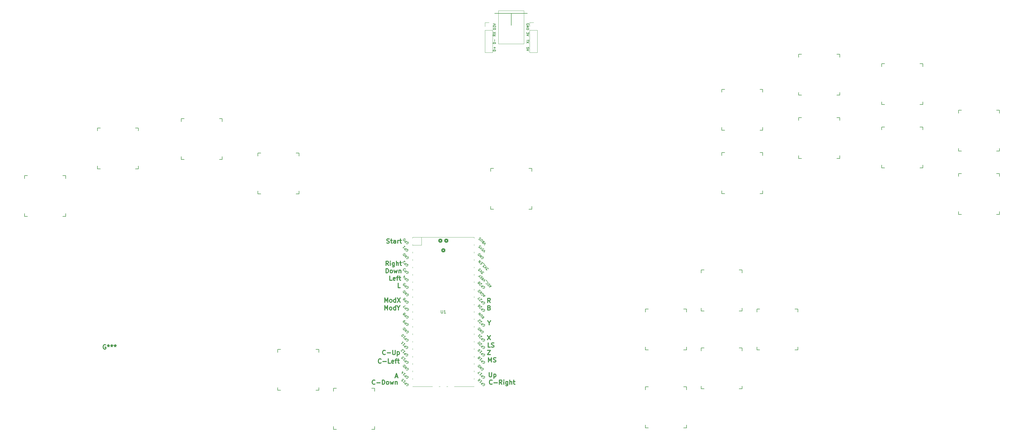
<source format=gto>
G04 #@! TF.GenerationSoftware,KiCad,Pcbnew,(6.0.4)*
G04 #@! TF.CreationDate,2022-11-01T18:27:25-07:00*
G04 #@! TF.ProjectId,GCCMX,4743434d-582e-46b6-9963-61645f706362,rev?*
G04 #@! TF.SameCoordinates,Original*
G04 #@! TF.FileFunction,Legend,Top*
G04 #@! TF.FilePolarity,Positive*
%FSLAX46Y46*%
G04 Gerber Fmt 4.6, Leading zero omitted, Abs format (unit mm)*
G04 Created by KiCad (PCBNEW (6.0.4)) date 2022-11-01 18:27:25*
%MOMM*%
%LPD*%
G01*
G04 APERTURE LIST*
G04 Aperture macros list*
%AMRoundRect*
0 Rectangle with rounded corners*
0 $1 Rounding radius*
0 $2 $3 $4 $5 $6 $7 $8 $9 X,Y pos of 4 corners*
0 Add a 4 corners polygon primitive as box body*
4,1,4,$2,$3,$4,$5,$6,$7,$8,$9,$2,$3,0*
0 Add four circle primitives for the rounded corners*
1,1,$1+$1,$2,$3*
1,1,$1+$1,$4,$5*
1,1,$1+$1,$6,$7*
1,1,$1+$1,$8,$9*
0 Add four rect primitives between the rounded corners*
20,1,$1+$1,$2,$3,$4,$5,0*
20,1,$1+$1,$4,$5,$6,$7,0*
20,1,$1+$1,$6,$7,$8,$9,0*
20,1,$1+$1,$8,$9,$2,$3,0*%
%AMFreePoly0*
4,1,17,-1.750000,0.850000,1.155000,0.850000,1.308997,0.829726,1.452500,0.770285,1.575729,0.675729,1.670285,0.552500,1.729726,0.408997,1.750000,0.255000,1.750000,-0.255000,1.729726,-0.408997,1.670285,-0.552500,1.575729,-0.675729,1.452500,-0.770285,1.308997,-0.829726,1.155000,-0.850000,-1.750000,-0.850000,-1.750000,0.850000,-1.750000,0.850000,$1*%
%AMFreePoly1*
4,1,17,-1.750000,0.255000,-1.729726,0.408997,-1.670285,0.552500,-1.575729,0.675729,-1.452500,0.770285,-1.308997,0.829726,-1.155000,0.850000,1.750000,0.850000,1.750000,-0.850000,-1.155000,-0.850000,-1.308997,-0.829726,-1.452500,-0.770285,-1.575729,-0.675729,-1.670285,-0.552500,-1.729726,-0.408997,-1.750000,-0.255000,-1.750000,0.255000,-1.750000,0.255000,$1*%
G04 Aperture macros list end*
%ADD10C,0.200000*%
%ADD11C,0.120000*%
%ADD12C,0.150000*%
%ADD13C,0.300000*%
%ADD14C,3.429000*%
%ADD15C,3.000000*%
%ADD16C,3.987800*%
%ADD17C,1.701800*%
%ADD18C,3.200000*%
%ADD19O,1.300000X2.000000*%
%ADD20O,1.200000X1.650000*%
%ADD21FreePoly0,0.000000*%
%ADD22O,1.700000X1.700000*%
%ADD23R,3.500000X1.700000*%
%ADD24R,1.700000X1.700000*%
%ADD25FreePoly1,0.000000*%
%ADD26RoundRect,0.255906X-0.394094X-0.394094X0.394094X-0.394094X0.394094X0.394094X-0.394094X0.394094X0*%
G04 APERTURE END LIST*
D10*
X234150000Y-66220000D02*
X222900000Y-66220000D01*
X228575000Y-70270000D02*
X228575000Y-66220000D01*
D11*
X232945000Y-65270000D02*
X224205000Y-65270000D01*
X232945000Y-76600000D02*
X232945000Y-65270000D01*
X224205000Y-65270000D02*
X224205000Y-76600000D01*
X224205000Y-76600000D02*
X232945000Y-76600000D01*
D12*
X234626095Y-75230476D02*
X234626095Y-75687619D01*
X233826095Y-75459047D02*
X234626095Y-75459047D01*
X234626095Y-75878095D02*
X233826095Y-76411428D01*
X234626095Y-76411428D02*
X233826095Y-75878095D01*
X223246904Y-79084761D02*
X222446904Y-79084761D01*
X222446904Y-78894285D01*
X222485000Y-78780000D01*
X222561190Y-78703809D01*
X222637380Y-78665714D01*
X222789761Y-78627619D01*
X222904047Y-78627619D01*
X223056428Y-78665714D01*
X223132619Y-78703809D01*
X223208809Y-78780000D01*
X223246904Y-78894285D01*
X223246904Y-79084761D01*
X222942142Y-78284761D02*
X222942142Y-77675238D01*
X223246904Y-77980000D02*
X222637380Y-77980000D01*
X234626095Y-72690476D02*
X234626095Y-73185714D01*
X234321333Y-72919047D01*
X234321333Y-73033333D01*
X234283238Y-73109523D01*
X234245142Y-73147619D01*
X234168952Y-73185714D01*
X233978476Y-73185714D01*
X233902285Y-73147619D01*
X233864190Y-73109523D01*
X233826095Y-73033333D01*
X233826095Y-72804761D01*
X233864190Y-72728571D01*
X233902285Y-72690476D01*
X234626095Y-73414285D02*
X233826095Y-73680952D01*
X234626095Y-73947619D01*
X223246904Y-71693333D02*
X222446904Y-71693333D01*
X222446904Y-71502857D01*
X222485000Y-71388571D01*
X222561190Y-71312380D01*
X222637380Y-71274285D01*
X222789761Y-71236190D01*
X222904047Y-71236190D01*
X223056428Y-71274285D01*
X223132619Y-71312380D01*
X223208809Y-71388571D01*
X223246904Y-71502857D01*
X223246904Y-71693333D01*
X222446904Y-70969523D02*
X222446904Y-70474285D01*
X222751666Y-70740952D01*
X222751666Y-70626666D01*
X222789761Y-70550476D01*
X222827857Y-70512380D01*
X222904047Y-70474285D01*
X223094523Y-70474285D01*
X223170714Y-70512380D01*
X223208809Y-70550476D01*
X223246904Y-70626666D01*
X223246904Y-70855238D01*
X223208809Y-70931428D01*
X223170714Y-70969523D01*
X222446904Y-70245714D02*
X223246904Y-69979047D01*
X222446904Y-69712380D01*
X223246904Y-76544761D02*
X222446904Y-76544761D01*
X222446904Y-76354285D01*
X222485000Y-76240000D01*
X222561190Y-76163809D01*
X222637380Y-76125714D01*
X222789761Y-76087619D01*
X222904047Y-76087619D01*
X223056428Y-76125714D01*
X223132619Y-76163809D01*
X223208809Y-76240000D01*
X223246904Y-76354285D01*
X223246904Y-76544761D01*
X222942142Y-75744761D02*
X222942142Y-75135238D01*
X234626095Y-78227619D02*
X234626095Y-77846666D01*
X234245142Y-77808571D01*
X234283238Y-77846666D01*
X234321333Y-77922857D01*
X234321333Y-78113333D01*
X234283238Y-78189523D01*
X234245142Y-78227619D01*
X234168952Y-78265714D01*
X233978476Y-78265714D01*
X233902285Y-78227619D01*
X233864190Y-78189523D01*
X233826095Y-78113333D01*
X233826095Y-77922857D01*
X233864190Y-77846666D01*
X233902285Y-77808571D01*
X234626095Y-78494285D02*
X233826095Y-78760952D01*
X234626095Y-79027619D01*
X223246904Y-73433333D02*
X222865952Y-73700000D01*
X223246904Y-73890476D02*
X222446904Y-73890476D01*
X222446904Y-73585714D01*
X222485000Y-73509523D01*
X222523095Y-73471428D01*
X222599285Y-73433333D01*
X222713571Y-73433333D01*
X222789761Y-73471428D01*
X222827857Y-73509523D01*
X222865952Y-73585714D01*
X222865952Y-73890476D01*
X222446904Y-73166666D02*
X223246904Y-72633333D01*
X222446904Y-72633333D02*
X223246904Y-73166666D01*
X234588000Y-70150476D02*
X234626095Y-70074285D01*
X234626095Y-69960000D01*
X234588000Y-69845714D01*
X234511809Y-69769523D01*
X234435619Y-69731428D01*
X234283238Y-69693333D01*
X234168952Y-69693333D01*
X234016571Y-69731428D01*
X233940380Y-69769523D01*
X233864190Y-69845714D01*
X233826095Y-69960000D01*
X233826095Y-70036190D01*
X233864190Y-70150476D01*
X233902285Y-70188571D01*
X234168952Y-70188571D01*
X234168952Y-70036190D01*
X233826095Y-70531428D02*
X234626095Y-70531428D01*
X233826095Y-70988571D01*
X234626095Y-70988571D01*
X233826095Y-71369523D02*
X234626095Y-71369523D01*
X234626095Y-71560000D01*
X234588000Y-71674285D01*
X234511809Y-71750476D01*
X234435619Y-71788571D01*
X234283238Y-71826666D01*
X234168952Y-71826666D01*
X234016571Y-71788571D01*
X233940380Y-71750476D01*
X233864190Y-71674285D01*
X233826095Y-71560000D01*
X233826095Y-71369523D01*
D13*
X221449230Y-165137439D02*
X220949230Y-164423153D01*
X220592087Y-165137439D02*
X220592087Y-163637439D01*
X221163516Y-163637439D01*
X221306373Y-163708868D01*
X221377802Y-163780296D01*
X221449230Y-163923153D01*
X221449230Y-164137439D01*
X221377802Y-164280296D01*
X221306373Y-164351725D01*
X221163516Y-164423153D01*
X220592087Y-164423153D01*
X184137300Y-185722863D02*
X184065871Y-185794291D01*
X183851585Y-185865720D01*
X183708728Y-185865720D01*
X183494443Y-185794291D01*
X183351585Y-185651434D01*
X183280157Y-185508577D01*
X183208728Y-185222863D01*
X183208728Y-185008577D01*
X183280157Y-184722863D01*
X183351585Y-184580006D01*
X183494443Y-184437149D01*
X183708728Y-184365720D01*
X183851585Y-184365720D01*
X184065871Y-184437149D01*
X184137300Y-184508577D01*
X184780157Y-185294291D02*
X185923014Y-185294291D01*
X187351585Y-185865720D02*
X186637300Y-185865720D01*
X186637300Y-184365720D01*
X188423014Y-185794291D02*
X188280157Y-185865720D01*
X187994443Y-185865720D01*
X187851585Y-185794291D01*
X187780157Y-185651434D01*
X187780157Y-185080006D01*
X187851585Y-184937149D01*
X187994443Y-184865720D01*
X188280157Y-184865720D01*
X188423014Y-184937149D01*
X188494443Y-185080006D01*
X188494443Y-185222863D01*
X187780157Y-185365720D01*
X188923014Y-184865720D02*
X189494443Y-184865720D01*
X189137300Y-185865720D02*
X189137300Y-184580006D01*
X189208728Y-184437149D01*
X189351585Y-184365720D01*
X189494443Y-184365720D01*
X189780157Y-184865720D02*
X190351585Y-184865720D01*
X189994443Y-184365720D02*
X189994443Y-185651434D01*
X190065871Y-185794291D01*
X190208728Y-185865720D01*
X190351585Y-185865720D01*
X221092087Y-172043153D02*
X221092087Y-172757439D01*
X220592087Y-171257439D02*
X221092087Y-172043153D01*
X221592087Y-171257439D01*
X185596856Y-182767548D02*
X185525427Y-182838976D01*
X185311142Y-182910405D01*
X185168285Y-182910405D01*
X184953999Y-182838976D01*
X184811142Y-182696119D01*
X184739713Y-182553262D01*
X184668285Y-182267548D01*
X184668285Y-182053262D01*
X184739713Y-181767548D01*
X184811142Y-181624691D01*
X184953999Y-181481834D01*
X185168285Y-181410405D01*
X185311142Y-181410405D01*
X185525427Y-181481834D01*
X185596856Y-181553262D01*
X186239713Y-182338976D02*
X187382570Y-182338976D01*
X188096856Y-181410405D02*
X188096856Y-182624691D01*
X188168285Y-182767548D01*
X188239713Y-182838976D01*
X188382570Y-182910405D01*
X188668285Y-182910405D01*
X188811142Y-182838976D01*
X188882570Y-182767548D01*
X188953999Y-182624691D01*
X188953999Y-181410405D01*
X189668285Y-181910405D02*
X189668285Y-183410405D01*
X189668285Y-181981834D02*
X189811142Y-181910405D01*
X190096856Y-181910405D01*
X190239713Y-181981834D01*
X190311142Y-182053262D01*
X190382570Y-182196119D01*
X190382570Y-182624691D01*
X190311142Y-182767548D01*
X190239713Y-182838976D01*
X190096856Y-182910405D01*
X189811142Y-182910405D01*
X189668285Y-182838976D01*
X222061373Y-192934582D02*
X221989945Y-193006010D01*
X221775659Y-193077439D01*
X221632802Y-193077439D01*
X221418516Y-193006010D01*
X221275659Y-192863153D01*
X221204230Y-192720296D01*
X221132802Y-192434582D01*
X221132802Y-192220296D01*
X221204230Y-191934582D01*
X221275659Y-191791725D01*
X221418516Y-191648868D01*
X221632802Y-191577439D01*
X221775659Y-191577439D01*
X221989945Y-191648868D01*
X222061373Y-191720296D01*
X222704230Y-192506010D02*
X223847087Y-192506010D01*
X225418516Y-193077439D02*
X224918516Y-192363153D01*
X224561373Y-193077439D02*
X224561373Y-191577439D01*
X225132802Y-191577439D01*
X225275659Y-191648868D01*
X225347087Y-191720296D01*
X225418516Y-191863153D01*
X225418516Y-192077439D01*
X225347087Y-192220296D01*
X225275659Y-192291725D01*
X225132802Y-192363153D01*
X224561373Y-192363153D01*
X226061373Y-193077439D02*
X226061373Y-192077439D01*
X226061373Y-191577439D02*
X225989945Y-191648868D01*
X226061373Y-191720296D01*
X226132802Y-191648868D01*
X226061373Y-191577439D01*
X226061373Y-191720296D01*
X227418516Y-192077439D02*
X227418516Y-193291725D01*
X227347087Y-193434582D01*
X227275659Y-193506010D01*
X227132802Y-193577439D01*
X226918516Y-193577439D01*
X226775659Y-193506010D01*
X227418516Y-193006010D02*
X227275659Y-193077439D01*
X226989945Y-193077439D01*
X226847087Y-193006010D01*
X226775659Y-192934582D01*
X226704230Y-192791725D01*
X226704230Y-192363153D01*
X226775659Y-192220296D01*
X226847087Y-192148868D01*
X226989945Y-192077439D01*
X227275659Y-192077439D01*
X227418516Y-192148868D01*
X228132802Y-193077439D02*
X228132802Y-191577439D01*
X228775659Y-193077439D02*
X228775659Y-192291725D01*
X228704230Y-192148868D01*
X228561373Y-192077439D01*
X228347087Y-192077439D01*
X228204230Y-192148868D01*
X228132802Y-192220296D01*
X229275659Y-192077439D02*
X229847087Y-192077439D01*
X229489945Y-191577439D02*
X229489945Y-192863153D01*
X229561373Y-193006010D01*
X229704230Y-193077439D01*
X229847087Y-193077439D01*
X182056373Y-192934582D02*
X181984945Y-193006010D01*
X181770659Y-193077439D01*
X181627802Y-193077439D01*
X181413516Y-193006010D01*
X181270659Y-192863153D01*
X181199230Y-192720296D01*
X181127802Y-192434582D01*
X181127802Y-192220296D01*
X181199230Y-191934582D01*
X181270659Y-191791725D01*
X181413516Y-191648868D01*
X181627802Y-191577439D01*
X181770659Y-191577439D01*
X181984945Y-191648868D01*
X182056373Y-191720296D01*
X182699230Y-192506010D02*
X183842087Y-192506010D01*
X184556373Y-193077439D02*
X184556373Y-191577439D01*
X184913516Y-191577439D01*
X185127802Y-191648868D01*
X185270659Y-191791725D01*
X185342087Y-191934582D01*
X185413516Y-192220296D01*
X185413516Y-192434582D01*
X185342087Y-192720296D01*
X185270659Y-192863153D01*
X185127802Y-193006010D01*
X184913516Y-193077439D01*
X184556373Y-193077439D01*
X186270659Y-193077439D02*
X186127802Y-193006010D01*
X186056373Y-192934582D01*
X185984945Y-192791725D01*
X185984945Y-192363153D01*
X186056373Y-192220296D01*
X186127802Y-192148868D01*
X186270659Y-192077439D01*
X186484945Y-192077439D01*
X186627802Y-192148868D01*
X186699230Y-192220296D01*
X186770659Y-192363153D01*
X186770659Y-192791725D01*
X186699230Y-192934582D01*
X186627802Y-193006010D01*
X186484945Y-193077439D01*
X186270659Y-193077439D01*
X187270659Y-192077439D02*
X187556373Y-193077439D01*
X187842087Y-192363153D01*
X188127802Y-193077439D01*
X188413516Y-192077439D01*
X188984945Y-192077439D02*
X188984945Y-193077439D01*
X188984945Y-192220296D02*
X189056373Y-192148868D01*
X189199230Y-192077439D01*
X189413516Y-192077439D01*
X189556373Y-192148868D01*
X189627802Y-192291725D01*
X189627802Y-193077439D01*
X220520659Y-176337439D02*
X221520659Y-177837439D01*
X221520659Y-176337439D02*
X220520659Y-177837439D01*
X221433516Y-180377439D02*
X220719230Y-180377439D01*
X220719230Y-178877439D01*
X221862087Y-180306010D02*
X222076373Y-180377439D01*
X222433516Y-180377439D01*
X222576373Y-180306010D01*
X222647802Y-180234582D01*
X222719230Y-180091725D01*
X222719230Y-179948868D01*
X222647802Y-179806010D01*
X222576373Y-179734582D01*
X222433516Y-179663153D01*
X222147802Y-179591725D01*
X222004945Y-179520296D01*
X221933516Y-179448868D01*
X221862087Y-179306010D01*
X221862087Y-179163153D01*
X221933516Y-179020296D01*
X222004945Y-178948868D01*
X222147802Y-178877439D01*
X222504945Y-178877439D01*
X222719230Y-178948868D01*
X220854230Y-185457439D02*
X220854230Y-183957439D01*
X221354230Y-185028868D01*
X221854230Y-183957439D01*
X221854230Y-185457439D01*
X222497087Y-185386010D02*
X222711373Y-185457439D01*
X223068516Y-185457439D01*
X223211373Y-185386010D01*
X223282802Y-185314582D01*
X223354230Y-185171725D01*
X223354230Y-185028868D01*
X223282802Y-184886010D01*
X223211373Y-184814582D01*
X223068516Y-184743153D01*
X222782802Y-184671725D01*
X222639945Y-184600296D01*
X222568516Y-184528868D01*
X222497087Y-184386010D01*
X222497087Y-184243153D01*
X222568516Y-184100296D01*
X222639945Y-184028868D01*
X222782802Y-183957439D01*
X223139945Y-183957439D01*
X223354230Y-184028868D01*
X220520659Y-181417439D02*
X221520659Y-181417439D01*
X220520659Y-182917439D01*
X221520659Y-182917439D01*
X186112087Y-144746010D02*
X186326373Y-144817439D01*
X186683516Y-144817439D01*
X186826373Y-144746010D01*
X186897802Y-144674582D01*
X186969230Y-144531725D01*
X186969230Y-144388868D01*
X186897802Y-144246010D01*
X186826373Y-144174582D01*
X186683516Y-144103153D01*
X186397802Y-144031725D01*
X186254945Y-143960296D01*
X186183516Y-143888868D01*
X186112087Y-143746010D01*
X186112087Y-143603153D01*
X186183516Y-143460296D01*
X186254945Y-143388868D01*
X186397802Y-143317439D01*
X186754945Y-143317439D01*
X186969230Y-143388868D01*
X187397802Y-143817439D02*
X187969230Y-143817439D01*
X187612087Y-143317439D02*
X187612087Y-144603153D01*
X187683516Y-144746010D01*
X187826373Y-144817439D01*
X187969230Y-144817439D01*
X189112087Y-144817439D02*
X189112087Y-144031725D01*
X189040659Y-143888868D01*
X188897802Y-143817439D01*
X188612087Y-143817439D01*
X188469230Y-143888868D01*
X189112087Y-144746010D02*
X188969230Y-144817439D01*
X188612087Y-144817439D01*
X188469230Y-144746010D01*
X188397802Y-144603153D01*
X188397802Y-144460296D01*
X188469230Y-144317439D01*
X188612087Y-144246010D01*
X188969230Y-144246010D01*
X189112087Y-144174582D01*
X189826373Y-144817439D02*
X189826373Y-143817439D01*
X189826373Y-144103153D02*
X189897802Y-143960296D01*
X189969230Y-143888868D01*
X190112087Y-143817439D01*
X190254945Y-143817439D01*
X190540659Y-143817439D02*
X191112087Y-143817439D01*
X190754945Y-143317439D02*
X190754945Y-144603153D01*
X190826373Y-144746010D01*
X190969230Y-144817439D01*
X191112087Y-144817439D01*
X187853719Y-157517439D02*
X187139434Y-157517439D01*
X187139434Y-156017439D01*
X188925148Y-157446010D02*
X188782291Y-157517439D01*
X188496577Y-157517439D01*
X188353719Y-157446010D01*
X188282291Y-157303153D01*
X188282291Y-156731725D01*
X188353719Y-156588868D01*
X188496577Y-156517439D01*
X188782291Y-156517439D01*
X188925148Y-156588868D01*
X188996577Y-156731725D01*
X188996577Y-156874582D01*
X188282291Y-157017439D01*
X189425148Y-156517439D02*
X189996577Y-156517439D01*
X189639434Y-157517439D02*
X189639434Y-156231725D01*
X189710862Y-156088868D01*
X189853719Y-156017439D01*
X189996577Y-156017439D01*
X190282291Y-156517439D02*
X190853719Y-156517439D01*
X190496577Y-156017439D02*
X190496577Y-157303153D01*
X190568005Y-157446010D01*
X190710862Y-157517439D01*
X190853719Y-157517439D01*
X221092087Y-166891725D02*
X221306373Y-166963153D01*
X221377802Y-167034582D01*
X221449230Y-167177439D01*
X221449230Y-167391725D01*
X221377802Y-167534582D01*
X221306373Y-167606010D01*
X221163516Y-167677439D01*
X220592087Y-167677439D01*
X220592087Y-166177439D01*
X221092087Y-166177439D01*
X221234945Y-166248868D01*
X221306373Y-166320296D01*
X221377802Y-166463153D01*
X221377802Y-166606010D01*
X221306373Y-166748868D01*
X221234945Y-166820296D01*
X221092087Y-166891725D01*
X220592087Y-166891725D01*
X185429048Y-165004674D02*
X185429048Y-163504674D01*
X185929048Y-164576103D01*
X186429048Y-163504674D01*
X186429048Y-165004674D01*
X187357619Y-165004674D02*
X187214762Y-164933245D01*
X187143333Y-164861817D01*
X187071905Y-164718960D01*
X187071905Y-164290388D01*
X187143333Y-164147531D01*
X187214762Y-164076103D01*
X187357619Y-164004674D01*
X187571905Y-164004674D01*
X187714762Y-164076103D01*
X187786190Y-164147531D01*
X187857619Y-164290388D01*
X187857619Y-164718960D01*
X187786190Y-164861817D01*
X187714762Y-164933245D01*
X187571905Y-165004674D01*
X187357619Y-165004674D01*
X189143333Y-165004674D02*
X189143333Y-163504674D01*
X189143333Y-164933245D02*
X189000476Y-165004674D01*
X188714762Y-165004674D01*
X188571905Y-164933245D01*
X188500476Y-164861817D01*
X188429048Y-164718960D01*
X188429048Y-164290388D01*
X188500476Y-164147531D01*
X188571905Y-164076103D01*
X188714762Y-164004674D01*
X189000476Y-164004674D01*
X189143333Y-164076103D01*
X189714762Y-163504674D02*
X190714762Y-165004674D01*
X190714762Y-163504674D02*
X189714762Y-165004674D01*
X185826373Y-154977439D02*
X185826373Y-153477439D01*
X186183516Y-153477439D01*
X186397802Y-153548868D01*
X186540659Y-153691725D01*
X186612087Y-153834582D01*
X186683516Y-154120296D01*
X186683516Y-154334582D01*
X186612087Y-154620296D01*
X186540659Y-154763153D01*
X186397802Y-154906010D01*
X186183516Y-154977439D01*
X185826373Y-154977439D01*
X187540659Y-154977439D02*
X187397802Y-154906010D01*
X187326373Y-154834582D01*
X187254945Y-154691725D01*
X187254945Y-154263153D01*
X187326373Y-154120296D01*
X187397802Y-154048868D01*
X187540659Y-153977439D01*
X187754945Y-153977439D01*
X187897802Y-154048868D01*
X187969230Y-154120296D01*
X188040659Y-154263153D01*
X188040659Y-154691725D01*
X187969230Y-154834582D01*
X187897802Y-154906010D01*
X187754945Y-154977439D01*
X187540659Y-154977439D01*
X188540659Y-153977439D02*
X188826373Y-154977439D01*
X189112087Y-154263153D01*
X189397802Y-154977439D01*
X189683516Y-153977439D01*
X190254945Y-153977439D02*
X190254945Y-154977439D01*
X190254945Y-154120296D02*
X190326373Y-154048868D01*
X190469230Y-153977439D01*
X190683516Y-153977439D01*
X190826373Y-154048868D01*
X190897802Y-154191725D01*
X190897802Y-154977439D01*
X186683516Y-152437439D02*
X186183516Y-151723153D01*
X185826373Y-152437439D02*
X185826373Y-150937439D01*
X186397802Y-150937439D01*
X186540659Y-151008868D01*
X186612087Y-151080296D01*
X186683516Y-151223153D01*
X186683516Y-151437439D01*
X186612087Y-151580296D01*
X186540659Y-151651725D01*
X186397802Y-151723153D01*
X185826373Y-151723153D01*
X187326373Y-152437439D02*
X187326373Y-151437439D01*
X187326373Y-150937439D02*
X187254945Y-151008868D01*
X187326373Y-151080296D01*
X187397802Y-151008868D01*
X187326373Y-150937439D01*
X187326373Y-151080296D01*
X188683516Y-151437439D02*
X188683516Y-152651725D01*
X188612087Y-152794582D01*
X188540659Y-152866010D01*
X188397802Y-152937439D01*
X188183516Y-152937439D01*
X188040659Y-152866010D01*
X188683516Y-152366010D02*
X188540659Y-152437439D01*
X188254945Y-152437439D01*
X188112087Y-152366010D01*
X188040659Y-152294582D01*
X187969230Y-152151725D01*
X187969230Y-151723153D01*
X188040659Y-151580296D01*
X188112087Y-151508868D01*
X188254945Y-151437439D01*
X188540659Y-151437439D01*
X188683516Y-151508868D01*
X189397802Y-152437439D02*
X189397802Y-150937439D01*
X190040659Y-152437439D02*
X190040659Y-151651725D01*
X189969230Y-151508868D01*
X189826373Y-151437439D01*
X189612087Y-151437439D01*
X189469230Y-151508868D01*
X189397802Y-151580296D01*
X190540659Y-151437439D02*
X191112087Y-151437439D01*
X190754945Y-150937439D02*
X190754945Y-152223153D01*
X190826373Y-152366010D01*
X190969230Y-152437439D01*
X191112087Y-152437439D01*
X190699193Y-159989859D02*
X189984908Y-159989859D01*
X189984908Y-158489859D01*
X221068516Y-189037439D02*
X221068516Y-190251725D01*
X221139945Y-190394582D01*
X221211373Y-190466010D01*
X221354230Y-190537439D01*
X221639945Y-190537439D01*
X221782802Y-190466010D01*
X221854230Y-190394582D01*
X221925659Y-190251725D01*
X221925659Y-189037439D01*
X222639945Y-189537439D02*
X222639945Y-191037439D01*
X222639945Y-189608868D02*
X222782802Y-189537439D01*
X223068516Y-189537439D01*
X223211373Y-189608868D01*
X223282802Y-189680296D01*
X223354230Y-189823153D01*
X223354230Y-190251725D01*
X223282802Y-190394582D01*
X223211373Y-190466010D01*
X223068516Y-190537439D01*
X222782802Y-190537439D01*
X222639945Y-190466010D01*
X189059838Y-190391648D02*
X189774123Y-190391648D01*
X188916980Y-190820219D02*
X189416980Y-189320219D01*
X189916980Y-190820219D01*
X185398063Y-167612305D02*
X185398063Y-166112305D01*
X185898063Y-167183734D01*
X186398063Y-166112305D01*
X186398063Y-167612305D01*
X187326634Y-167612305D02*
X187183777Y-167540876D01*
X187112348Y-167469448D01*
X187040920Y-167326591D01*
X187040920Y-166898019D01*
X187112348Y-166755162D01*
X187183777Y-166683734D01*
X187326634Y-166612305D01*
X187540920Y-166612305D01*
X187683777Y-166683734D01*
X187755206Y-166755162D01*
X187826634Y-166898019D01*
X187826634Y-167326591D01*
X187755206Y-167469448D01*
X187683777Y-167540876D01*
X187540920Y-167612305D01*
X187326634Y-167612305D01*
X189112348Y-167612305D02*
X189112348Y-166112305D01*
X189112348Y-167540876D02*
X188969491Y-167612305D01*
X188683777Y-167612305D01*
X188540920Y-167540876D01*
X188469491Y-167469448D01*
X188398063Y-167326591D01*
X188398063Y-166898019D01*
X188469491Y-166755162D01*
X188540920Y-166683734D01*
X188683777Y-166612305D01*
X188969491Y-166612305D01*
X189112348Y-166683734D01*
X190112348Y-166898019D02*
X190112348Y-167612305D01*
X189612348Y-166112305D02*
X190112348Y-166898019D01*
X190612348Y-166112305D01*
D12*
X204657840Y-167732848D02*
X204657840Y-168542372D01*
X204705459Y-168637610D01*
X204753078Y-168685229D01*
X204848316Y-168732848D01*
X205038792Y-168732848D01*
X205134030Y-168685229D01*
X205181649Y-168637610D01*
X205229268Y-168542372D01*
X205229268Y-167732848D01*
X206229268Y-168732848D02*
X205657840Y-168732848D01*
X205943554Y-168732848D02*
X205943554Y-167732848D01*
X205848316Y-167875706D01*
X205753078Y-167970944D01*
X205657840Y-168018563D01*
X218864337Y-183206745D02*
X218891274Y-183287557D01*
X218972086Y-183368370D01*
X219079836Y-183422244D01*
X219187586Y-183422244D01*
X219268398Y-183395307D01*
X219403085Y-183314495D01*
X219483897Y-183233683D01*
X219564709Y-183098996D01*
X219591647Y-183018183D01*
X219591647Y-182910434D01*
X219537772Y-182802684D01*
X219483897Y-182748809D01*
X219376147Y-182694935D01*
X219322273Y-182694935D01*
X219133711Y-182883496D01*
X219241460Y-182991246D01*
X219133711Y-182398623D02*
X218568025Y-182964309D01*
X218352526Y-182748809D01*
X218325589Y-182667997D01*
X218325589Y-182614122D01*
X218352526Y-182533310D01*
X218433338Y-182452498D01*
X218514151Y-182425561D01*
X218568025Y-182425561D01*
X218648838Y-182452498D01*
X218864337Y-182667997D01*
X218271714Y-181536626D02*
X218594963Y-181859875D01*
X218433338Y-181698251D02*
X217867653Y-182263936D01*
X218002340Y-182236999D01*
X218110090Y-182236999D01*
X218190902Y-182263936D01*
X218002340Y-181267252D02*
X217894590Y-181159503D01*
X217813778Y-181132565D01*
X217759903Y-181132565D01*
X217625216Y-181159503D01*
X217490529Y-181240315D01*
X217275030Y-181455814D01*
X217248093Y-181536626D01*
X217248093Y-181590501D01*
X217275030Y-181671313D01*
X217382780Y-181779063D01*
X217463592Y-181806000D01*
X217517467Y-181806000D01*
X217598279Y-181779063D01*
X217732966Y-181644376D01*
X217759903Y-181563564D01*
X217759903Y-181509689D01*
X217732966Y-181428877D01*
X217625216Y-181321127D01*
X217544404Y-181294190D01*
X217490529Y-181294190D01*
X217409717Y-181321127D01*
X219093180Y-169712092D02*
X219012367Y-170170028D01*
X219416428Y-170035341D02*
X218850743Y-170601026D01*
X218635244Y-170385527D01*
X218608306Y-170304715D01*
X218608306Y-170250840D01*
X218635244Y-170170028D01*
X218716056Y-170089216D01*
X218796868Y-170062278D01*
X218850743Y-170062278D01*
X218931555Y-170089216D01*
X219147054Y-170304715D01*
X218285057Y-170035341D02*
X218742993Y-169577405D01*
X218769931Y-169496593D01*
X218769931Y-169442718D01*
X218742993Y-169361906D01*
X218635244Y-169254156D01*
X218554432Y-169227219D01*
X218500557Y-169227219D01*
X218419745Y-169254156D01*
X217961809Y-169712092D01*
X218258120Y-168877032D02*
X217692435Y-169442718D01*
X217934871Y-168553784D01*
X217369186Y-169119469D01*
X192840963Y-167667371D02*
X192867900Y-167748183D01*
X192948712Y-167828996D01*
X193056462Y-167882870D01*
X193164212Y-167882870D01*
X193245024Y-167855933D01*
X193379711Y-167775121D01*
X193460523Y-167694309D01*
X193541335Y-167559622D01*
X193568273Y-167478809D01*
X193568273Y-167371060D01*
X193514398Y-167263310D01*
X193460523Y-167209435D01*
X193352773Y-167155561D01*
X193298899Y-167155561D01*
X193110337Y-167344122D01*
X193218086Y-167451872D01*
X193110337Y-166859249D02*
X192544651Y-167424935D01*
X192329152Y-167209435D01*
X192302215Y-167128623D01*
X192302215Y-167074748D01*
X192329152Y-166993936D01*
X192409964Y-166913124D01*
X192490777Y-166886187D01*
X192544651Y-166886187D01*
X192625464Y-166913124D01*
X192840963Y-167128623D01*
X192032841Y-166913124D02*
X191655717Y-166536000D01*
X192463839Y-166212752D01*
X192740963Y-154997371D02*
X192767900Y-155078183D01*
X192848712Y-155158996D01*
X192956462Y-155212870D01*
X193064212Y-155212870D01*
X193145024Y-155185933D01*
X193279711Y-155105121D01*
X193360523Y-155024309D01*
X193441335Y-154889622D01*
X193468273Y-154808809D01*
X193468273Y-154701060D01*
X193414398Y-154593310D01*
X193360523Y-154539435D01*
X193252773Y-154485561D01*
X193198899Y-154485561D01*
X193010337Y-154674122D01*
X193118086Y-154781872D01*
X193010337Y-154189249D02*
X192444651Y-154754935D01*
X192229152Y-154539435D01*
X192202215Y-154458623D01*
X192202215Y-154404748D01*
X192229152Y-154323936D01*
X192309964Y-154243124D01*
X192390777Y-154216187D01*
X192444651Y-154216187D01*
X192525464Y-154243124D01*
X192740963Y-154458623D01*
X191932841Y-154243124D02*
X191582655Y-153892938D01*
X191986716Y-153866000D01*
X191905903Y-153785188D01*
X191878966Y-153704376D01*
X191878966Y-153650501D01*
X191905903Y-153569689D01*
X192040590Y-153435002D01*
X192121403Y-153408065D01*
X192175277Y-153408065D01*
X192256090Y-153435002D01*
X192417714Y-153596626D01*
X192444651Y-153677439D01*
X192444651Y-153731313D01*
X192740963Y-144837371D02*
X192767900Y-144918183D01*
X192848712Y-144998996D01*
X192956462Y-145052870D01*
X193064212Y-145052870D01*
X193145024Y-145025933D01*
X193279711Y-144945121D01*
X193360523Y-144864309D01*
X193441335Y-144729622D01*
X193468273Y-144648809D01*
X193468273Y-144541060D01*
X193414398Y-144433310D01*
X193360523Y-144379435D01*
X193252773Y-144325561D01*
X193198899Y-144325561D01*
X193010337Y-144514122D01*
X193118086Y-144621872D01*
X193010337Y-144029249D02*
X192444651Y-144594935D01*
X192229152Y-144379435D01*
X192202215Y-144298623D01*
X192202215Y-144244748D01*
X192229152Y-144163936D01*
X192309964Y-144083124D01*
X192390777Y-144056187D01*
X192444651Y-144056187D01*
X192525464Y-144083124D01*
X192740963Y-144298623D01*
X191771216Y-143921500D02*
X191717342Y-143867625D01*
X191690404Y-143786813D01*
X191690404Y-143732938D01*
X191717342Y-143652126D01*
X191798154Y-143517439D01*
X191932841Y-143382752D01*
X192067528Y-143301939D01*
X192148340Y-143275002D01*
X192202215Y-143275002D01*
X192283027Y-143301939D01*
X192336902Y-143355814D01*
X192363839Y-143436626D01*
X192363839Y-143490501D01*
X192336902Y-143571313D01*
X192256090Y-143706000D01*
X192121403Y-143840687D01*
X191986716Y-143921500D01*
X191905903Y-143948437D01*
X191852029Y-143948437D01*
X191771216Y-143921500D01*
X218864337Y-178136745D02*
X218891274Y-178217557D01*
X218972086Y-178298370D01*
X219079836Y-178352244D01*
X219187586Y-178352244D01*
X219268398Y-178325307D01*
X219403085Y-178244495D01*
X219483897Y-178163683D01*
X219564709Y-178028996D01*
X219591647Y-177948183D01*
X219591647Y-177840434D01*
X219537772Y-177732684D01*
X219483897Y-177678809D01*
X219376147Y-177624935D01*
X219322273Y-177624935D01*
X219133711Y-177813496D01*
X219241460Y-177921246D01*
X219133711Y-177328623D02*
X218568025Y-177894309D01*
X218352526Y-177678809D01*
X218325589Y-177597997D01*
X218325589Y-177544122D01*
X218352526Y-177463310D01*
X218433338Y-177382498D01*
X218514151Y-177355561D01*
X218568025Y-177355561D01*
X218648838Y-177382498D01*
X218864337Y-177597997D01*
X218083152Y-177301686D02*
X218029277Y-177301686D01*
X217948465Y-177274748D01*
X217813778Y-177140061D01*
X217786841Y-177059249D01*
X217786841Y-177005374D01*
X217813778Y-176924562D01*
X217867653Y-176870687D01*
X217975403Y-176816813D01*
X218621900Y-176816813D01*
X218271714Y-176466626D01*
X217732966Y-175927878D02*
X218056215Y-176251127D01*
X217894590Y-176089503D02*
X217328905Y-176655188D01*
X217463592Y-176628251D01*
X217571342Y-176628251D01*
X217652154Y-176655188D01*
X218864337Y-167966745D02*
X218891274Y-168047557D01*
X218972086Y-168128370D01*
X219079836Y-168182244D01*
X219187586Y-168182244D01*
X219268398Y-168155307D01*
X219403085Y-168074495D01*
X219483897Y-167993683D01*
X219564709Y-167858996D01*
X219591647Y-167778183D01*
X219591647Y-167670434D01*
X219537772Y-167562684D01*
X219483897Y-167508809D01*
X219376147Y-167454935D01*
X219322273Y-167454935D01*
X219133711Y-167643496D01*
X219241460Y-167751246D01*
X219133711Y-167158623D02*
X218568025Y-167724309D01*
X218352526Y-167508809D01*
X218325589Y-167427997D01*
X218325589Y-167374122D01*
X218352526Y-167293310D01*
X218433338Y-167212498D01*
X218514151Y-167185561D01*
X218568025Y-167185561D01*
X218648838Y-167212498D01*
X218864337Y-167427997D01*
X218083152Y-167131686D02*
X218029277Y-167131686D01*
X217948465Y-167104748D01*
X217813778Y-166970061D01*
X217786841Y-166889249D01*
X217786841Y-166835374D01*
X217813778Y-166754562D01*
X217867653Y-166700687D01*
X217975403Y-166646813D01*
X218621900Y-166646813D01*
X218271714Y-166296626D01*
X217221155Y-166377439D02*
X217328905Y-166485188D01*
X217409717Y-166512126D01*
X217463592Y-166512126D01*
X217598279Y-166485188D01*
X217732966Y-166404376D01*
X217948465Y-166188877D01*
X217975403Y-166108065D01*
X217975403Y-166054190D01*
X217948465Y-165973378D01*
X217840716Y-165865628D01*
X217759903Y-165838691D01*
X217706029Y-165838691D01*
X217625216Y-165865628D01*
X217490529Y-166000315D01*
X217463592Y-166081127D01*
X217463592Y-166135002D01*
X217490529Y-166215814D01*
X217598279Y-166323564D01*
X217679091Y-166350501D01*
X217732966Y-166350501D01*
X217813778Y-166323564D01*
X192740963Y-160077371D02*
X192767900Y-160158183D01*
X192848712Y-160238996D01*
X192956462Y-160292870D01*
X193064212Y-160292870D01*
X193145024Y-160265933D01*
X193279711Y-160185121D01*
X193360523Y-160104309D01*
X193441335Y-159969622D01*
X193468273Y-159888809D01*
X193468273Y-159781060D01*
X193414398Y-159673310D01*
X193360523Y-159619435D01*
X193252773Y-159565561D01*
X193198899Y-159565561D01*
X193010337Y-159754122D01*
X193118086Y-159861872D01*
X193010337Y-159269249D02*
X192444651Y-159834935D01*
X192229152Y-159619435D01*
X192202215Y-159538623D01*
X192202215Y-159484748D01*
X192229152Y-159403936D01*
X192309964Y-159323124D01*
X192390777Y-159296187D01*
X192444651Y-159296187D01*
X192525464Y-159323124D01*
X192740963Y-159538623D01*
X191609592Y-158999875D02*
X191878966Y-159269249D01*
X192175277Y-159026813D01*
X192121403Y-159026813D01*
X192040590Y-158999875D01*
X191905903Y-158865188D01*
X191878966Y-158784376D01*
X191878966Y-158730501D01*
X191905903Y-158649689D01*
X192040590Y-158515002D01*
X192121403Y-158488065D01*
X192175277Y-158488065D01*
X192256090Y-158515002D01*
X192390777Y-158649689D01*
X192417714Y-158730501D01*
X192417714Y-158784376D01*
X218864337Y-185746745D02*
X218891274Y-185827557D01*
X218972086Y-185908370D01*
X219079836Y-185962244D01*
X219187586Y-185962244D01*
X219268398Y-185935307D01*
X219403085Y-185854495D01*
X219483897Y-185773683D01*
X219564709Y-185638996D01*
X219591647Y-185558183D01*
X219591647Y-185450434D01*
X219537772Y-185342684D01*
X219483897Y-185288809D01*
X219376147Y-185234935D01*
X219322273Y-185234935D01*
X219133711Y-185423496D01*
X219241460Y-185531246D01*
X219133711Y-184938623D02*
X218568025Y-185504309D01*
X218352526Y-185288809D01*
X218325589Y-185207997D01*
X218325589Y-185154122D01*
X218352526Y-185073310D01*
X218433338Y-184992498D01*
X218514151Y-184965561D01*
X218568025Y-184965561D01*
X218648838Y-184992498D01*
X218864337Y-185207997D01*
X218271714Y-184076626D02*
X218594963Y-184399875D01*
X218433338Y-184238251D02*
X217867653Y-184803936D01*
X218002340Y-184776999D01*
X218110090Y-184776999D01*
X218190902Y-184803936D01*
X217625216Y-184076626D02*
X217652154Y-184157439D01*
X217652154Y-184211313D01*
X217625216Y-184292126D01*
X217598279Y-184319063D01*
X217517467Y-184346000D01*
X217463592Y-184346000D01*
X217382780Y-184319063D01*
X217275030Y-184211313D01*
X217248093Y-184130501D01*
X217248093Y-184076626D01*
X217275030Y-183995814D01*
X217301968Y-183968877D01*
X217382780Y-183941939D01*
X217436655Y-183941939D01*
X217517467Y-183968877D01*
X217625216Y-184076626D01*
X217706029Y-184103564D01*
X217759903Y-184103564D01*
X217840716Y-184076626D01*
X217948465Y-183968877D01*
X217975403Y-183888065D01*
X217975403Y-183834190D01*
X217948465Y-183753378D01*
X217840716Y-183645628D01*
X217759903Y-183618691D01*
X217706029Y-183618691D01*
X217625216Y-183645628D01*
X217517467Y-183753378D01*
X217490529Y-183834190D01*
X217490529Y-183888065D01*
X217517467Y-183968877D01*
X192756337Y-185746745D02*
X192783274Y-185827557D01*
X192864086Y-185908370D01*
X192971836Y-185962244D01*
X193079586Y-185962244D01*
X193160398Y-185935307D01*
X193295085Y-185854495D01*
X193375897Y-185773683D01*
X193456709Y-185638996D01*
X193483647Y-185558183D01*
X193483647Y-185450434D01*
X193429772Y-185342684D01*
X193375897Y-185288809D01*
X193268147Y-185234935D01*
X193214273Y-185234935D01*
X193025711Y-185423496D01*
X193133460Y-185531246D01*
X193025711Y-184938623D02*
X192460025Y-185504309D01*
X192244526Y-185288809D01*
X192217589Y-185207997D01*
X192217589Y-185154122D01*
X192244526Y-185073310D01*
X192325338Y-184992498D01*
X192406151Y-184965561D01*
X192460025Y-184965561D01*
X192540838Y-184992498D01*
X192756337Y-185207997D01*
X192163714Y-184076626D02*
X192486963Y-184399875D01*
X192325338Y-184238251D02*
X191759653Y-184803936D01*
X191894340Y-184776999D01*
X192002090Y-184776999D01*
X192082902Y-184803936D01*
X191409467Y-184453750D02*
X191059281Y-184103564D01*
X191463342Y-184076626D01*
X191382529Y-183995814D01*
X191355592Y-183915002D01*
X191355592Y-183861127D01*
X191382529Y-183780315D01*
X191517216Y-183645628D01*
X191598029Y-183618691D01*
X191651903Y-183618691D01*
X191732716Y-183645628D01*
X191894340Y-183807252D01*
X191921277Y-183888065D01*
X191921277Y-183941939D01*
X192640963Y-152457371D02*
X192667900Y-152538183D01*
X192748712Y-152618996D01*
X192856462Y-152672870D01*
X192964212Y-152672870D01*
X193045024Y-152645933D01*
X193179711Y-152565121D01*
X193260523Y-152484309D01*
X193341335Y-152349622D01*
X193368273Y-152268809D01*
X193368273Y-152161060D01*
X193314398Y-152053310D01*
X193260523Y-151999435D01*
X193152773Y-151945561D01*
X193098899Y-151945561D01*
X192910337Y-152134122D01*
X193018086Y-152241872D01*
X192910337Y-151649249D02*
X192344651Y-152214935D01*
X192129152Y-151999435D01*
X192102215Y-151918623D01*
X192102215Y-151864748D01*
X192129152Y-151783936D01*
X192209964Y-151703124D01*
X192290777Y-151676187D01*
X192344651Y-151676187D01*
X192425464Y-151703124D01*
X192640963Y-151918623D01*
X191859778Y-151622312D02*
X191805903Y-151622312D01*
X191725091Y-151595374D01*
X191590404Y-151460687D01*
X191563467Y-151379875D01*
X191563467Y-151326000D01*
X191590404Y-151245188D01*
X191644279Y-151191313D01*
X191752029Y-151137439D01*
X192398526Y-151137439D01*
X192048340Y-150787252D01*
X218864337Y-173046745D02*
X218891274Y-173127557D01*
X218972086Y-173208370D01*
X219079836Y-173262244D01*
X219187586Y-173262244D01*
X219268398Y-173235307D01*
X219403085Y-173154495D01*
X219483897Y-173073683D01*
X219564709Y-172938996D01*
X219591647Y-172858183D01*
X219591647Y-172750434D01*
X219537772Y-172642684D01*
X219483897Y-172588809D01*
X219376147Y-172534935D01*
X219322273Y-172534935D01*
X219133711Y-172723496D01*
X219241460Y-172831246D01*
X219133711Y-172238623D02*
X218568025Y-172804309D01*
X218352526Y-172588809D01*
X218325589Y-172507997D01*
X218325589Y-172454122D01*
X218352526Y-172373310D01*
X218433338Y-172292498D01*
X218514151Y-172265561D01*
X218568025Y-172265561D01*
X218648838Y-172292498D01*
X218864337Y-172507997D01*
X218083152Y-172211686D02*
X218029277Y-172211686D01*
X217948465Y-172184748D01*
X217813778Y-172050061D01*
X217786841Y-171969249D01*
X217786841Y-171915374D01*
X217813778Y-171834562D01*
X217867653Y-171780687D01*
X217975403Y-171726813D01*
X218621900Y-171726813D01*
X218271714Y-171376626D01*
X217544404Y-171672938D02*
X217490529Y-171672938D01*
X217409717Y-171646000D01*
X217275030Y-171511313D01*
X217248093Y-171430501D01*
X217248093Y-171376626D01*
X217275030Y-171295814D01*
X217328905Y-171241939D01*
X217436655Y-171188065D01*
X218083152Y-171188065D01*
X217732966Y-170837878D01*
X218367900Y-188044309D02*
X218394838Y-188125121D01*
X218475650Y-188205933D01*
X218583399Y-188259808D01*
X218691149Y-188259808D01*
X218771961Y-188232870D01*
X218906648Y-188152058D01*
X218987460Y-188071246D01*
X219068273Y-187936559D01*
X219095210Y-187855747D01*
X219095210Y-187747997D01*
X219041335Y-187640248D01*
X218987460Y-187586373D01*
X218879711Y-187532498D01*
X218825836Y-187532498D01*
X218637274Y-187721060D01*
X218745024Y-187828809D01*
X218637274Y-187236187D02*
X218071589Y-187801872D01*
X218314025Y-186912938D01*
X217748340Y-187478623D01*
X218044651Y-186643564D02*
X217478966Y-187209249D01*
X217344279Y-187074562D01*
X217290404Y-186966813D01*
X217290404Y-186859063D01*
X217317342Y-186778251D01*
X217398154Y-186643564D01*
X217478966Y-186562752D01*
X217613653Y-186481939D01*
X217694465Y-186455002D01*
X217802215Y-186455002D01*
X217909964Y-186508877D01*
X218044651Y-186643564D01*
X192767900Y-149944309D02*
X192794838Y-150025121D01*
X192875650Y-150105933D01*
X192983399Y-150159808D01*
X193091149Y-150159808D01*
X193171961Y-150132870D01*
X193306648Y-150052058D01*
X193387460Y-149971246D01*
X193468273Y-149836559D01*
X193495210Y-149755747D01*
X193495210Y-149647997D01*
X193441335Y-149540248D01*
X193387460Y-149486373D01*
X193279711Y-149432498D01*
X193225836Y-149432498D01*
X193037274Y-149621060D01*
X193145024Y-149728809D01*
X193037274Y-149136187D02*
X192471589Y-149701872D01*
X192714025Y-148812938D01*
X192148340Y-149378623D01*
X192444651Y-148543564D02*
X191878966Y-149109249D01*
X191744279Y-148974562D01*
X191690404Y-148866813D01*
X191690404Y-148759063D01*
X191717342Y-148678251D01*
X191798154Y-148543564D01*
X191878966Y-148462752D01*
X192013653Y-148381939D01*
X192094465Y-148355002D01*
X192202215Y-148355002D01*
X192309964Y-148408877D01*
X192444651Y-148543564D01*
X218367900Y-149944309D02*
X218394838Y-150025121D01*
X218475650Y-150105933D01*
X218583399Y-150159808D01*
X218691149Y-150159808D01*
X218771961Y-150132870D01*
X218906648Y-150052058D01*
X218987460Y-149971246D01*
X219068273Y-149836559D01*
X219095210Y-149755747D01*
X219095210Y-149647997D01*
X219041335Y-149540248D01*
X218987460Y-149486373D01*
X218879711Y-149432498D01*
X218825836Y-149432498D01*
X218637274Y-149621060D01*
X218745024Y-149728809D01*
X218637274Y-149136187D02*
X218071589Y-149701872D01*
X218314025Y-148812938D01*
X217748340Y-149378623D01*
X218044651Y-148543564D02*
X217478966Y-149109249D01*
X217344279Y-148974562D01*
X217290404Y-148866813D01*
X217290404Y-148759063D01*
X217317342Y-148678251D01*
X217398154Y-148543564D01*
X217478966Y-148462752D01*
X217613653Y-148381939D01*
X217694465Y-148355002D01*
X217802215Y-148355002D01*
X217909964Y-148408877D01*
X218044651Y-148543564D01*
X192710337Y-190826745D02*
X192737274Y-190907557D01*
X192818086Y-190988370D01*
X192925836Y-191042244D01*
X193033586Y-191042244D01*
X193114398Y-191015307D01*
X193249085Y-190934495D01*
X193329897Y-190853683D01*
X193410709Y-190718996D01*
X193437647Y-190638183D01*
X193437647Y-190530434D01*
X193383772Y-190422684D01*
X193329897Y-190368809D01*
X193222147Y-190314935D01*
X193168273Y-190314935D01*
X192979711Y-190503496D01*
X193087460Y-190611246D01*
X192979711Y-190018623D02*
X192414025Y-190584309D01*
X192198526Y-190368809D01*
X192171589Y-190287997D01*
X192171589Y-190234122D01*
X192198526Y-190153310D01*
X192279338Y-190072498D01*
X192360151Y-190045561D01*
X192414025Y-190045561D01*
X192494838Y-190072498D01*
X192710337Y-190287997D01*
X192117714Y-189156626D02*
X192440963Y-189479875D01*
X192279338Y-189318251D02*
X191713653Y-189883936D01*
X191848340Y-189856999D01*
X191956090Y-189856999D01*
X192036902Y-189883936D01*
X191255717Y-189048877D02*
X191632841Y-188671753D01*
X191174905Y-189399063D02*
X191713653Y-189129689D01*
X191363467Y-188779503D01*
X218367900Y-175344309D02*
X218394838Y-175425121D01*
X218475650Y-175505933D01*
X218583399Y-175559808D01*
X218691149Y-175559808D01*
X218771961Y-175532870D01*
X218906648Y-175452058D01*
X218987460Y-175371246D01*
X219068273Y-175236559D01*
X219095210Y-175155747D01*
X219095210Y-175047997D01*
X219041335Y-174940248D01*
X218987460Y-174886373D01*
X218879711Y-174832498D01*
X218825836Y-174832498D01*
X218637274Y-175021060D01*
X218745024Y-175128809D01*
X218637274Y-174536187D02*
X218071589Y-175101872D01*
X218314025Y-174212938D01*
X217748340Y-174778623D01*
X218044651Y-173943564D02*
X217478966Y-174509249D01*
X217344279Y-174374562D01*
X217290404Y-174266813D01*
X217290404Y-174159063D01*
X217317342Y-174078251D01*
X217398154Y-173943564D01*
X217478966Y-173862752D01*
X217613653Y-173781939D01*
X217694465Y-173755002D01*
X217802215Y-173755002D01*
X217909964Y-173808877D01*
X218044651Y-173943564D01*
X192756337Y-178126745D02*
X192783274Y-178207557D01*
X192864086Y-178288370D01*
X192971836Y-178342244D01*
X193079586Y-178342244D01*
X193160398Y-178315307D01*
X193295085Y-178234495D01*
X193375897Y-178153683D01*
X193456709Y-178018996D01*
X193483647Y-177938183D01*
X193483647Y-177830434D01*
X193429772Y-177722684D01*
X193375897Y-177668809D01*
X193268147Y-177614935D01*
X193214273Y-177614935D01*
X193025711Y-177803496D01*
X193133460Y-177911246D01*
X193025711Y-177318623D02*
X192460025Y-177884309D01*
X192244526Y-177668809D01*
X192217589Y-177587997D01*
X192217589Y-177534122D01*
X192244526Y-177453310D01*
X192325338Y-177372498D01*
X192406151Y-177345561D01*
X192460025Y-177345561D01*
X192540838Y-177372498D01*
X192756337Y-177587997D01*
X192163714Y-176456626D02*
X192486963Y-176779875D01*
X192325338Y-176618251D02*
X191759653Y-177183936D01*
X191894340Y-177156999D01*
X192002090Y-177156999D01*
X192082902Y-177183936D01*
X191247842Y-176672126D02*
X191193968Y-176618251D01*
X191167030Y-176537439D01*
X191167030Y-176483564D01*
X191193968Y-176402752D01*
X191274780Y-176268065D01*
X191409467Y-176133378D01*
X191544154Y-176052565D01*
X191624966Y-176025628D01*
X191678841Y-176025628D01*
X191759653Y-176052565D01*
X191813528Y-176106440D01*
X191840465Y-176187252D01*
X191840465Y-176241127D01*
X191813528Y-176321939D01*
X191732716Y-176456626D01*
X191598029Y-176591313D01*
X191463342Y-176672126D01*
X191382529Y-176699063D01*
X191328655Y-176699063D01*
X191247842Y-176672126D01*
X219564709Y-162832870D02*
X219295335Y-162563496D01*
X219780208Y-162725121D02*
X219025961Y-163102244D01*
X219403085Y-162347997D01*
X218379464Y-162401872D02*
X218406401Y-162482684D01*
X218487213Y-162563496D01*
X218594963Y-162617371D01*
X218702712Y-162617371D01*
X218783525Y-162590434D01*
X218918212Y-162509622D01*
X218999024Y-162428809D01*
X219079836Y-162294122D01*
X219106773Y-162213310D01*
X219106773Y-162105561D01*
X219052899Y-161997811D01*
X218999024Y-161943936D01*
X218891274Y-161890061D01*
X218837399Y-161890061D01*
X218648838Y-162078623D01*
X218756587Y-162186373D01*
X218648838Y-161593750D02*
X218083152Y-162159435D01*
X218325589Y-161270501D01*
X217759903Y-161836187D01*
X218056215Y-161001127D02*
X217490529Y-161566813D01*
X217355842Y-161432126D01*
X217301968Y-161324376D01*
X217301968Y-161216626D01*
X217328905Y-161135814D01*
X217409717Y-161001127D01*
X217490529Y-160920315D01*
X217625216Y-160839503D01*
X217706029Y-160812565D01*
X217813778Y-160812565D01*
X217921528Y-160866440D01*
X218056215Y-161001127D01*
X220288053Y-154108336D02*
X219937867Y-153758150D01*
X220341928Y-153731212D01*
X220261115Y-153650400D01*
X220234178Y-153569588D01*
X220234178Y-153515713D01*
X220261115Y-153434901D01*
X220395802Y-153300214D01*
X220476615Y-153273277D01*
X220530489Y-153273277D01*
X220611302Y-153300214D01*
X220772926Y-153461838D01*
X220799863Y-153542651D01*
X220799863Y-153596525D01*
X219776242Y-153596525D02*
X220153366Y-152842278D01*
X219399119Y-153219402D01*
X219264432Y-153084715D02*
X218914245Y-152734529D01*
X219318306Y-152707591D01*
X219237494Y-152626779D01*
X219210557Y-152545967D01*
X219210557Y-152492092D01*
X219237494Y-152411280D01*
X219372181Y-152276593D01*
X219452993Y-152249655D01*
X219506868Y-152249655D01*
X219587680Y-152276593D01*
X219749305Y-152438217D01*
X219776242Y-152519029D01*
X219776242Y-152572904D01*
X219426056Y-152007219D02*
X218995057Y-151576220D01*
X218510184Y-151791719D02*
X218321622Y-151603158D01*
X218537122Y-151226034D02*
X218806496Y-151495408D01*
X218240810Y-152061093D01*
X217971436Y-151791719D01*
X218294685Y-150983597D02*
X217729000Y-151549283D01*
X217971436Y-150660349D01*
X217405751Y-151226034D01*
X219447054Y-145427338D02*
X219824178Y-144673090D01*
X219069931Y-145050214D01*
X218962181Y-144403716D02*
X218908306Y-144295967D01*
X218908306Y-144242092D01*
X218935244Y-144161280D01*
X219016056Y-144080467D01*
X219096868Y-144053530D01*
X219150743Y-144053530D01*
X219231555Y-144080467D01*
X219447054Y-144295967D01*
X218881369Y-144861652D01*
X218692807Y-144673090D01*
X218665870Y-144592278D01*
X218665870Y-144538403D01*
X218692807Y-144457591D01*
X218746682Y-144403716D01*
X218827494Y-144376779D01*
X218881369Y-144376779D01*
X218962181Y-144403716D01*
X219150743Y-144592278D01*
X218315683Y-144295967D02*
X218773619Y-143838031D01*
X218800557Y-143757219D01*
X218800557Y-143703344D01*
X218773619Y-143622532D01*
X218665870Y-143514782D01*
X218585057Y-143487845D01*
X218531183Y-143487845D01*
X218450370Y-143514782D01*
X217992435Y-143972718D01*
X218288746Y-143191533D02*
X218234871Y-143083784D01*
X218100184Y-142949097D01*
X218019372Y-142922159D01*
X217965497Y-142922159D01*
X217884685Y-142949097D01*
X217830810Y-143002971D01*
X217803873Y-143083784D01*
X217803873Y-143137658D01*
X217830810Y-143218471D01*
X217911622Y-143353158D01*
X217938560Y-143433970D01*
X217938560Y-143487845D01*
X217911622Y-143568657D01*
X217857748Y-143622532D01*
X217776935Y-143649469D01*
X217723061Y-143649469D01*
X217642248Y-143622532D01*
X217507561Y-143487845D01*
X217453687Y-143380095D01*
X218864337Y-180666745D02*
X218891274Y-180747557D01*
X218972086Y-180828370D01*
X219079836Y-180882244D01*
X219187586Y-180882244D01*
X219268398Y-180855307D01*
X219403085Y-180774495D01*
X219483897Y-180693683D01*
X219564709Y-180558996D01*
X219591647Y-180478183D01*
X219591647Y-180370434D01*
X219537772Y-180262684D01*
X219483897Y-180208809D01*
X219376147Y-180154935D01*
X219322273Y-180154935D01*
X219133711Y-180343496D01*
X219241460Y-180451246D01*
X219133711Y-179858623D02*
X218568025Y-180424309D01*
X218352526Y-180208809D01*
X218325589Y-180127997D01*
X218325589Y-180074122D01*
X218352526Y-179993310D01*
X218433338Y-179912498D01*
X218514151Y-179885561D01*
X218568025Y-179885561D01*
X218648838Y-179912498D01*
X218864337Y-180127997D01*
X218083152Y-179831686D02*
X218029277Y-179831686D01*
X217948465Y-179804748D01*
X217813778Y-179670061D01*
X217786841Y-179589249D01*
X217786841Y-179535374D01*
X217813778Y-179454562D01*
X217867653Y-179400687D01*
X217975403Y-179346813D01*
X218621900Y-179346813D01*
X218271714Y-178996626D01*
X217355842Y-179212126D02*
X217301968Y-179158251D01*
X217275030Y-179077439D01*
X217275030Y-179023564D01*
X217301968Y-178942752D01*
X217382780Y-178808065D01*
X217517467Y-178673378D01*
X217652154Y-178592565D01*
X217732966Y-178565628D01*
X217786841Y-178565628D01*
X217867653Y-178592565D01*
X217921528Y-178646440D01*
X217948465Y-178727252D01*
X217948465Y-178781127D01*
X217921528Y-178861939D01*
X217840716Y-178996626D01*
X217706029Y-179131313D01*
X217571342Y-179212126D01*
X217490529Y-179239063D01*
X217436655Y-179239063D01*
X217355842Y-179212126D01*
X218864337Y-193366745D02*
X218891274Y-193447557D01*
X218972086Y-193528370D01*
X219079836Y-193582244D01*
X219187586Y-193582244D01*
X219268398Y-193555307D01*
X219403085Y-193474495D01*
X219483897Y-193393683D01*
X219564709Y-193258996D01*
X219591647Y-193178183D01*
X219591647Y-193070434D01*
X219537772Y-192962684D01*
X219483897Y-192908809D01*
X219376147Y-192854935D01*
X219322273Y-192854935D01*
X219133711Y-193043496D01*
X219241460Y-193151246D01*
X219133711Y-192558623D02*
X218568025Y-193124309D01*
X218352526Y-192908809D01*
X218325589Y-192827997D01*
X218325589Y-192774122D01*
X218352526Y-192693310D01*
X218433338Y-192612498D01*
X218514151Y-192585561D01*
X218568025Y-192585561D01*
X218648838Y-192612498D01*
X218864337Y-192827997D01*
X218271714Y-191696626D02*
X218594963Y-192019875D01*
X218433338Y-191858251D02*
X217867653Y-192423936D01*
X218002340Y-192396999D01*
X218110090Y-192396999D01*
X218190902Y-192423936D01*
X217221155Y-191777439D02*
X217328905Y-191885188D01*
X217409717Y-191912126D01*
X217463592Y-191912126D01*
X217598279Y-191885188D01*
X217732966Y-191804376D01*
X217948465Y-191588877D01*
X217975403Y-191508065D01*
X217975403Y-191454190D01*
X217948465Y-191373378D01*
X217840716Y-191265628D01*
X217759903Y-191238691D01*
X217706029Y-191238691D01*
X217625216Y-191265628D01*
X217490529Y-191400315D01*
X217463592Y-191481127D01*
X217463592Y-191535002D01*
X217490529Y-191615814D01*
X217598279Y-191723564D01*
X217679091Y-191750501D01*
X217732966Y-191750501D01*
X217813778Y-191723564D01*
X192767900Y-188044309D02*
X192794838Y-188125121D01*
X192875650Y-188205933D01*
X192983399Y-188259808D01*
X193091149Y-188259808D01*
X193171961Y-188232870D01*
X193306648Y-188152058D01*
X193387460Y-188071246D01*
X193468273Y-187936559D01*
X193495210Y-187855747D01*
X193495210Y-187747997D01*
X193441335Y-187640248D01*
X193387460Y-187586373D01*
X193279711Y-187532498D01*
X193225836Y-187532498D01*
X193037274Y-187721060D01*
X193145024Y-187828809D01*
X193037274Y-187236187D02*
X192471589Y-187801872D01*
X192714025Y-186912938D01*
X192148340Y-187478623D01*
X192444651Y-186643564D02*
X191878966Y-187209249D01*
X191744279Y-187074562D01*
X191690404Y-186966813D01*
X191690404Y-186859063D01*
X191717342Y-186778251D01*
X191798154Y-186643564D01*
X191878966Y-186562752D01*
X192013653Y-186481939D01*
X192094465Y-186455002D01*
X192202215Y-186455002D01*
X192309964Y-186508877D01*
X192444651Y-186643564D01*
X192767900Y-175344309D02*
X192794838Y-175425121D01*
X192875650Y-175505933D01*
X192983399Y-175559808D01*
X193091149Y-175559808D01*
X193171961Y-175532870D01*
X193306648Y-175452058D01*
X193387460Y-175371246D01*
X193468273Y-175236559D01*
X193495210Y-175155747D01*
X193495210Y-175047997D01*
X193441335Y-174940248D01*
X193387460Y-174886373D01*
X193279711Y-174832498D01*
X193225836Y-174832498D01*
X193037274Y-175021060D01*
X193145024Y-175128809D01*
X193037274Y-174536187D02*
X192471589Y-175101872D01*
X192714025Y-174212938D01*
X192148340Y-174778623D01*
X192444651Y-173943564D02*
X191878966Y-174509249D01*
X191744279Y-174374562D01*
X191690404Y-174266813D01*
X191690404Y-174159063D01*
X191717342Y-174078251D01*
X191798154Y-173943564D01*
X191878966Y-173862752D01*
X192013653Y-173781939D01*
X192094465Y-173755002D01*
X192202215Y-173755002D01*
X192309964Y-173808877D01*
X192444651Y-173943564D01*
X192740963Y-172777371D02*
X192767900Y-172858183D01*
X192848712Y-172938996D01*
X192956462Y-172992870D01*
X193064212Y-172992870D01*
X193145024Y-172965933D01*
X193279711Y-172885121D01*
X193360523Y-172804309D01*
X193441335Y-172669622D01*
X193468273Y-172588809D01*
X193468273Y-172481060D01*
X193414398Y-172373310D01*
X193360523Y-172319435D01*
X193252773Y-172265561D01*
X193198899Y-172265561D01*
X193010337Y-172454122D01*
X193118086Y-172561872D01*
X193010337Y-171969249D02*
X192444651Y-172534935D01*
X192229152Y-172319435D01*
X192202215Y-172238623D01*
X192202215Y-172184748D01*
X192229152Y-172103936D01*
X192309964Y-172023124D01*
X192390777Y-171996187D01*
X192444651Y-171996187D01*
X192525464Y-172023124D01*
X192740963Y-172238623D01*
X192417714Y-171376626D02*
X192309964Y-171268877D01*
X192229152Y-171241939D01*
X192175277Y-171241939D01*
X192040590Y-171268877D01*
X191905903Y-171349689D01*
X191690404Y-171565188D01*
X191663467Y-171646000D01*
X191663467Y-171699875D01*
X191690404Y-171780687D01*
X191798154Y-171888437D01*
X191878966Y-171915374D01*
X191932841Y-171915374D01*
X192013653Y-171888437D01*
X192148340Y-171753750D01*
X192175277Y-171672938D01*
X192175277Y-171619063D01*
X192148340Y-171538251D01*
X192040590Y-171430501D01*
X191959778Y-171403564D01*
X191905903Y-171403564D01*
X191825091Y-171430501D01*
X192640963Y-147367371D02*
X192667900Y-147448183D01*
X192748712Y-147528996D01*
X192856462Y-147582870D01*
X192964212Y-147582870D01*
X193045024Y-147555933D01*
X193179711Y-147475121D01*
X193260523Y-147394309D01*
X193341335Y-147259622D01*
X193368273Y-147178809D01*
X193368273Y-147071060D01*
X193314398Y-146963310D01*
X193260523Y-146909435D01*
X193152773Y-146855561D01*
X193098899Y-146855561D01*
X192910337Y-147044122D01*
X193018086Y-147151872D01*
X192910337Y-146559249D02*
X192344651Y-147124935D01*
X192129152Y-146909435D01*
X192102215Y-146828623D01*
X192102215Y-146774748D01*
X192129152Y-146693936D01*
X192209964Y-146613124D01*
X192290777Y-146586187D01*
X192344651Y-146586187D01*
X192425464Y-146613124D01*
X192640963Y-146828623D01*
X192048340Y-145697252D02*
X192371589Y-146020501D01*
X192209964Y-145858877D02*
X191644279Y-146424562D01*
X191778966Y-146397625D01*
X191886716Y-146397625D01*
X191967528Y-146424562D01*
X192610337Y-180666745D02*
X192637274Y-180747557D01*
X192718086Y-180828370D01*
X192825836Y-180882244D01*
X192933586Y-180882244D01*
X193014398Y-180855307D01*
X193149085Y-180774495D01*
X193229897Y-180693683D01*
X193310709Y-180558996D01*
X193337647Y-180478183D01*
X193337647Y-180370434D01*
X193283772Y-180262684D01*
X193229897Y-180208809D01*
X193122147Y-180154935D01*
X193068273Y-180154935D01*
X192879711Y-180343496D01*
X192987460Y-180451246D01*
X192879711Y-179858623D02*
X192314025Y-180424309D01*
X192098526Y-180208809D01*
X192071589Y-180127997D01*
X192071589Y-180074122D01*
X192098526Y-179993310D01*
X192179338Y-179912498D01*
X192260151Y-179885561D01*
X192314025Y-179885561D01*
X192394838Y-179912498D01*
X192610337Y-180127997D01*
X192017714Y-178996626D02*
X192340963Y-179319875D01*
X192179338Y-179158251D02*
X191613653Y-179723936D01*
X191748340Y-179696999D01*
X191856090Y-179696999D01*
X191936902Y-179723936D01*
X191478966Y-178457878D02*
X191802215Y-178781127D01*
X191640590Y-178619503D02*
X191074905Y-179185188D01*
X191209592Y-179158251D01*
X191317342Y-179158251D01*
X191398154Y-179185188D01*
X219279711Y-147969994D02*
X219656834Y-147215747D01*
X218902587Y-147592870D01*
X219279711Y-146892498D02*
X219225836Y-146784748D01*
X219091149Y-146650061D01*
X219010337Y-146623124D01*
X218956462Y-146623124D01*
X218875650Y-146650061D01*
X218821775Y-146703936D01*
X218794838Y-146784748D01*
X218794838Y-146838623D01*
X218821775Y-146919435D01*
X218902587Y-147054122D01*
X218929525Y-147134935D01*
X218929525Y-147188809D01*
X218902587Y-147269622D01*
X218848712Y-147323496D01*
X218767900Y-147350434D01*
X218714025Y-147350434D01*
X218633213Y-147323496D01*
X218498526Y-147188809D01*
X218444651Y-147081060D01*
X218363839Y-146461500D02*
X218633213Y-146192126D01*
X218256090Y-146946373D02*
X218363839Y-146461500D01*
X217878966Y-146569249D01*
X218256090Y-145868877D02*
X218202215Y-145761127D01*
X218067528Y-145626440D01*
X217986716Y-145599503D01*
X217932841Y-145599503D01*
X217852029Y-145626440D01*
X217798154Y-145680315D01*
X217771216Y-145761127D01*
X217771216Y-145815002D01*
X217798154Y-145895814D01*
X217878966Y-146030501D01*
X217905903Y-146111313D01*
X217905903Y-146165188D01*
X217878966Y-146246000D01*
X217825091Y-146299875D01*
X217744279Y-146326813D01*
X217690404Y-146326813D01*
X217609592Y-146299875D01*
X217474905Y-146165188D01*
X217421030Y-146057439D01*
X221693518Y-159555679D02*
X221424144Y-159286305D01*
X221909017Y-159447930D02*
X221154770Y-159825053D01*
X221531894Y-159070806D01*
X221343332Y-158882244D02*
X220777647Y-159447930D01*
X220642960Y-159313243D01*
X220589085Y-159205493D01*
X220589085Y-159097744D01*
X220616022Y-159016931D01*
X220696834Y-158882244D01*
X220777647Y-158801432D01*
X220912334Y-158720620D01*
X220993146Y-158693683D01*
X221100895Y-158693683D01*
X221208645Y-158747557D01*
X221343332Y-158882244D01*
X220400523Y-158047185D02*
X220454398Y-158047185D01*
X220562147Y-158101060D01*
X220616022Y-158154935D01*
X220669897Y-158262684D01*
X220669897Y-158370434D01*
X220642960Y-158451246D01*
X220562147Y-158585933D01*
X220481335Y-158666745D01*
X220346648Y-158747557D01*
X220265836Y-158774495D01*
X220158086Y-158774495D01*
X220050337Y-158720620D01*
X219996462Y-158666745D01*
X219942587Y-158558996D01*
X219942587Y-158505121D01*
X220400523Y-157831686D02*
X219969525Y-157400687D01*
X219296090Y-157966373D02*
X219673213Y-157212126D01*
X218918966Y-157589249D01*
X218972841Y-156511753D02*
X218892029Y-156969689D01*
X219296090Y-156835002D02*
X218730404Y-157400687D01*
X218514905Y-157185188D01*
X218487968Y-157104376D01*
X218487968Y-157050501D01*
X218514905Y-156969689D01*
X218595717Y-156888877D01*
X218676529Y-156861939D01*
X218730404Y-156861939D01*
X218811216Y-156888877D01*
X219026716Y-157104376D01*
X218434093Y-156565628D02*
X218245531Y-156377066D01*
X218461030Y-155999943D02*
X218730404Y-156269317D01*
X218164719Y-156835002D01*
X217895345Y-156565628D01*
X217733720Y-155865256D02*
X217922282Y-156053817D01*
X218218594Y-155757506D02*
X217652908Y-156323191D01*
X217383534Y-156053817D01*
X192756337Y-193366745D02*
X192783274Y-193447557D01*
X192864086Y-193528370D01*
X192971836Y-193582244D01*
X193079586Y-193582244D01*
X193160398Y-193555307D01*
X193295085Y-193474495D01*
X193375897Y-193393683D01*
X193456709Y-193258996D01*
X193483647Y-193178183D01*
X193483647Y-193070434D01*
X193429772Y-192962684D01*
X193375897Y-192908809D01*
X193268147Y-192854935D01*
X193214273Y-192854935D01*
X193025711Y-193043496D01*
X193133460Y-193151246D01*
X193025711Y-192558623D02*
X192460025Y-193124309D01*
X192244526Y-192908809D01*
X192217589Y-192827997D01*
X192217589Y-192774122D01*
X192244526Y-192693310D01*
X192325338Y-192612498D01*
X192406151Y-192585561D01*
X192460025Y-192585561D01*
X192540838Y-192612498D01*
X192756337Y-192827997D01*
X192163714Y-191696626D02*
X192486963Y-192019875D01*
X192325338Y-191858251D02*
X191759653Y-192423936D01*
X191894340Y-192396999D01*
X192002090Y-192396999D01*
X192082902Y-192423936D01*
X191086218Y-191750501D02*
X191355592Y-192019875D01*
X191651903Y-191777439D01*
X191598029Y-191777439D01*
X191517216Y-191750501D01*
X191382529Y-191615814D01*
X191355592Y-191535002D01*
X191355592Y-191481127D01*
X191382529Y-191400315D01*
X191517216Y-191265628D01*
X191598029Y-191238691D01*
X191651903Y-191238691D01*
X191732716Y-191265628D01*
X191867403Y-191400315D01*
X191894340Y-191481127D01*
X191894340Y-191535002D01*
X192610337Y-183206745D02*
X192637274Y-183287557D01*
X192718086Y-183368370D01*
X192825836Y-183422244D01*
X192933586Y-183422244D01*
X193014398Y-183395307D01*
X193149085Y-183314495D01*
X193229897Y-183233683D01*
X193310709Y-183098996D01*
X193337647Y-183018183D01*
X193337647Y-182910434D01*
X193283772Y-182802684D01*
X193229897Y-182748809D01*
X193122147Y-182694935D01*
X193068273Y-182694935D01*
X192879711Y-182883496D01*
X192987460Y-182991246D01*
X192879711Y-182398623D02*
X192314025Y-182964309D01*
X192098526Y-182748809D01*
X192071589Y-182667997D01*
X192071589Y-182614122D01*
X192098526Y-182533310D01*
X192179338Y-182452498D01*
X192260151Y-182425561D01*
X192314025Y-182425561D01*
X192394838Y-182452498D01*
X192610337Y-182667997D01*
X192017714Y-181536626D02*
X192340963Y-181859875D01*
X192179338Y-181698251D02*
X191613653Y-182263936D01*
X191748340Y-182236999D01*
X191856090Y-182236999D01*
X191936902Y-182263936D01*
X191290404Y-181832938D02*
X191236529Y-181832938D01*
X191155717Y-181806000D01*
X191021030Y-181671313D01*
X190994093Y-181590501D01*
X190994093Y-181536626D01*
X191021030Y-181455814D01*
X191074905Y-181401939D01*
X191182655Y-181348065D01*
X191829152Y-181348065D01*
X191478966Y-180997878D01*
X218710337Y-155390620D02*
X218360151Y-155040434D01*
X218764212Y-155013496D01*
X218683399Y-154932684D01*
X218656462Y-154851872D01*
X218656462Y-154797997D01*
X218683399Y-154717185D01*
X218818086Y-154582498D01*
X218898899Y-154555561D01*
X218952773Y-154555561D01*
X219033586Y-154582498D01*
X219195210Y-154744122D01*
X219222147Y-154824935D01*
X219222147Y-154878809D01*
X218198526Y-154878809D02*
X218575650Y-154124562D01*
X217821403Y-154501686D01*
X217686716Y-154366999D02*
X217336529Y-154016813D01*
X217740590Y-153989875D01*
X217659778Y-153909063D01*
X217632841Y-153828251D01*
X217632841Y-153774376D01*
X217659778Y-153693564D01*
X217794465Y-153558877D01*
X217875277Y-153531939D01*
X217929152Y-153531939D01*
X218009964Y-153558877D01*
X218171589Y-153720501D01*
X218198526Y-153801313D01*
X218198526Y-153855188D01*
X192740963Y-170237371D02*
X192767900Y-170318183D01*
X192848712Y-170398996D01*
X192956462Y-170452870D01*
X193064212Y-170452870D01*
X193145024Y-170425933D01*
X193279711Y-170345121D01*
X193360523Y-170264309D01*
X193441335Y-170129622D01*
X193468273Y-170048809D01*
X193468273Y-169941060D01*
X193414398Y-169833310D01*
X193360523Y-169779435D01*
X193252773Y-169725561D01*
X193198899Y-169725561D01*
X193010337Y-169914122D01*
X193118086Y-170021872D01*
X193010337Y-169429249D02*
X192444651Y-169994935D01*
X192229152Y-169779435D01*
X192202215Y-169698623D01*
X192202215Y-169644748D01*
X192229152Y-169563936D01*
X192309964Y-169483124D01*
X192390777Y-169456187D01*
X192444651Y-169456187D01*
X192525464Y-169483124D01*
X192740963Y-169698623D01*
X192040590Y-169106000D02*
X192067528Y-169186813D01*
X192067528Y-169240687D01*
X192040590Y-169321500D01*
X192013653Y-169348437D01*
X191932841Y-169375374D01*
X191878966Y-169375374D01*
X191798154Y-169348437D01*
X191690404Y-169240687D01*
X191663467Y-169159875D01*
X191663467Y-169106000D01*
X191690404Y-169025188D01*
X191717342Y-168998251D01*
X191798154Y-168971313D01*
X191852029Y-168971313D01*
X191932841Y-168998251D01*
X192040590Y-169106000D01*
X192121403Y-169132938D01*
X192175277Y-169132938D01*
X192256090Y-169106000D01*
X192363839Y-168998251D01*
X192390777Y-168917439D01*
X192390777Y-168863564D01*
X192363839Y-168782752D01*
X192256090Y-168675002D01*
X192175277Y-168648065D01*
X192121403Y-168648065D01*
X192040590Y-168675002D01*
X191932841Y-168782752D01*
X191905903Y-168863564D01*
X191905903Y-168917439D01*
X191932841Y-168998251D01*
X192767900Y-162644309D02*
X192794838Y-162725121D01*
X192875650Y-162805933D01*
X192983399Y-162859808D01*
X193091149Y-162859808D01*
X193171961Y-162832870D01*
X193306648Y-162752058D01*
X193387460Y-162671246D01*
X193468273Y-162536559D01*
X193495210Y-162455747D01*
X193495210Y-162347997D01*
X193441335Y-162240248D01*
X193387460Y-162186373D01*
X193279711Y-162132498D01*
X193225836Y-162132498D01*
X193037274Y-162321060D01*
X193145024Y-162428809D01*
X193037274Y-161836187D02*
X192471589Y-162401872D01*
X192714025Y-161512938D01*
X192148340Y-162078623D01*
X192444651Y-161243564D02*
X191878966Y-161809249D01*
X191744279Y-161674562D01*
X191690404Y-161566813D01*
X191690404Y-161459063D01*
X191717342Y-161378251D01*
X191798154Y-161243564D01*
X191878966Y-161162752D01*
X192013653Y-161081939D01*
X192094465Y-161055002D01*
X192202215Y-161055002D01*
X192309964Y-161108877D01*
X192444651Y-161243564D01*
X218864337Y-165436745D02*
X218891274Y-165517557D01*
X218972086Y-165598370D01*
X219079836Y-165652244D01*
X219187586Y-165652244D01*
X219268398Y-165625307D01*
X219403085Y-165544495D01*
X219483897Y-165463683D01*
X219564709Y-165328996D01*
X219591647Y-165248183D01*
X219591647Y-165140434D01*
X219537772Y-165032684D01*
X219483897Y-164978809D01*
X219376147Y-164924935D01*
X219322273Y-164924935D01*
X219133711Y-165113496D01*
X219241460Y-165221246D01*
X219133711Y-164628623D02*
X218568025Y-165194309D01*
X218352526Y-164978809D01*
X218325589Y-164897997D01*
X218325589Y-164844122D01*
X218352526Y-164763310D01*
X218433338Y-164682498D01*
X218514151Y-164655561D01*
X218568025Y-164655561D01*
X218648838Y-164682498D01*
X218864337Y-164897997D01*
X218083152Y-164601686D02*
X218029277Y-164601686D01*
X217948465Y-164574748D01*
X217813778Y-164440061D01*
X217786841Y-164359249D01*
X217786841Y-164305374D01*
X217813778Y-164224562D01*
X217867653Y-164170687D01*
X217975403Y-164116813D01*
X218621900Y-164116813D01*
X218271714Y-163766626D01*
X217517467Y-164143750D02*
X217140343Y-163766626D01*
X217948465Y-163443378D01*
X218864337Y-160092745D02*
X218891274Y-160173557D01*
X218972086Y-160254370D01*
X219079836Y-160308244D01*
X219187586Y-160308244D01*
X219268398Y-160281307D01*
X219403085Y-160200495D01*
X219483897Y-160119683D01*
X219564709Y-159984996D01*
X219591647Y-159904183D01*
X219591647Y-159796434D01*
X219537772Y-159688684D01*
X219483897Y-159634809D01*
X219376147Y-159580935D01*
X219322273Y-159580935D01*
X219133711Y-159769496D01*
X219241460Y-159877246D01*
X219133711Y-159284623D02*
X218568025Y-159850309D01*
X218352526Y-159634809D01*
X218325589Y-159553997D01*
X218325589Y-159500122D01*
X218352526Y-159419310D01*
X218433338Y-159338498D01*
X218514151Y-159311561D01*
X218568025Y-159311561D01*
X218648838Y-159338498D01*
X218864337Y-159553997D01*
X218083152Y-159257686D02*
X218029277Y-159257686D01*
X217948465Y-159230748D01*
X217813778Y-159096061D01*
X217786841Y-159015249D01*
X217786841Y-158961374D01*
X217813778Y-158880562D01*
X217867653Y-158826687D01*
X217975403Y-158772813D01*
X218621900Y-158772813D01*
X218271714Y-158422626D01*
X217625216Y-158422626D02*
X217652154Y-158503439D01*
X217652154Y-158557313D01*
X217625216Y-158638126D01*
X217598279Y-158665063D01*
X217517467Y-158692000D01*
X217463592Y-158692000D01*
X217382780Y-158665063D01*
X217275030Y-158557313D01*
X217248093Y-158476501D01*
X217248093Y-158422626D01*
X217275030Y-158341814D01*
X217301968Y-158314877D01*
X217382780Y-158287939D01*
X217436655Y-158287939D01*
X217517467Y-158314877D01*
X217625216Y-158422626D01*
X217706029Y-158449564D01*
X217759903Y-158449564D01*
X217840716Y-158422626D01*
X217948465Y-158314877D01*
X217975403Y-158234065D01*
X217975403Y-158180190D01*
X217948465Y-158099378D01*
X217840716Y-157991628D01*
X217759903Y-157964691D01*
X217706029Y-157964691D01*
X217625216Y-157991628D01*
X217517467Y-158099378D01*
X217490529Y-158180190D01*
X217490529Y-158234065D01*
X217517467Y-158314877D01*
X192740963Y-165157371D02*
X192767900Y-165238183D01*
X192848712Y-165318996D01*
X192956462Y-165372870D01*
X193064212Y-165372870D01*
X193145024Y-165345933D01*
X193279711Y-165265121D01*
X193360523Y-165184309D01*
X193441335Y-165049622D01*
X193468273Y-164968809D01*
X193468273Y-164861060D01*
X193414398Y-164753310D01*
X193360523Y-164699435D01*
X193252773Y-164645561D01*
X193198899Y-164645561D01*
X193010337Y-164834122D01*
X193118086Y-164941872D01*
X193010337Y-164349249D02*
X192444651Y-164914935D01*
X192229152Y-164699435D01*
X192202215Y-164618623D01*
X192202215Y-164564748D01*
X192229152Y-164483936D01*
X192309964Y-164403124D01*
X192390777Y-164376187D01*
X192444651Y-164376187D01*
X192525464Y-164403124D01*
X192740963Y-164618623D01*
X191636529Y-164106813D02*
X191744279Y-164214562D01*
X191825091Y-164241500D01*
X191878966Y-164241500D01*
X192013653Y-164214562D01*
X192148340Y-164133750D01*
X192363839Y-163918251D01*
X192390777Y-163837439D01*
X192390777Y-163783564D01*
X192363839Y-163702752D01*
X192256090Y-163595002D01*
X192175277Y-163568065D01*
X192121403Y-163568065D01*
X192040590Y-163595002D01*
X191905903Y-163729689D01*
X191878966Y-163810501D01*
X191878966Y-163864376D01*
X191905903Y-163945188D01*
X192013653Y-164052938D01*
X192094465Y-164079875D01*
X192148340Y-164079875D01*
X192229152Y-164052938D01*
X218864337Y-190826745D02*
X218891274Y-190907557D01*
X218972086Y-190988370D01*
X219079836Y-191042244D01*
X219187586Y-191042244D01*
X219268398Y-191015307D01*
X219403085Y-190934495D01*
X219483897Y-190853683D01*
X219564709Y-190718996D01*
X219591647Y-190638183D01*
X219591647Y-190530434D01*
X219537772Y-190422684D01*
X219483897Y-190368809D01*
X219376147Y-190314935D01*
X219322273Y-190314935D01*
X219133711Y-190503496D01*
X219241460Y-190611246D01*
X219133711Y-190018623D02*
X218568025Y-190584309D01*
X218352526Y-190368809D01*
X218325589Y-190287997D01*
X218325589Y-190234122D01*
X218352526Y-190153310D01*
X218433338Y-190072498D01*
X218514151Y-190045561D01*
X218568025Y-190045561D01*
X218648838Y-190072498D01*
X218864337Y-190287997D01*
X218271714Y-189156626D02*
X218594963Y-189479875D01*
X218433338Y-189318251D02*
X217867653Y-189883936D01*
X218002340Y-189856999D01*
X218110090Y-189856999D01*
X218190902Y-189883936D01*
X217517467Y-189533750D02*
X217140343Y-189156626D01*
X217948465Y-188833378D01*
X192740963Y-157537371D02*
X192767900Y-157618183D01*
X192848712Y-157698996D01*
X192956462Y-157752870D01*
X193064212Y-157752870D01*
X193145024Y-157725933D01*
X193279711Y-157645121D01*
X193360523Y-157564309D01*
X193441335Y-157429622D01*
X193468273Y-157348809D01*
X193468273Y-157241060D01*
X193414398Y-157133310D01*
X193360523Y-157079435D01*
X193252773Y-157025561D01*
X193198899Y-157025561D01*
X193010337Y-157214122D01*
X193118086Y-157321872D01*
X193010337Y-156729249D02*
X192444651Y-157294935D01*
X192229152Y-157079435D01*
X192202215Y-156998623D01*
X192202215Y-156944748D01*
X192229152Y-156863936D01*
X192309964Y-156783124D01*
X192390777Y-156756187D01*
X192444651Y-156756187D01*
X192525464Y-156783124D01*
X192740963Y-156998623D01*
X191825091Y-156298251D02*
X192202215Y-155921127D01*
X191744279Y-156648437D02*
X192283027Y-156379063D01*
X191932841Y-156028877D01*
D13*
X90097428Y-179578000D02*
X89952285Y-179505428D01*
X89734571Y-179505428D01*
X89516857Y-179578000D01*
X89371714Y-179723142D01*
X89299142Y-179868285D01*
X89226571Y-180158571D01*
X89226571Y-180376285D01*
X89299142Y-180666571D01*
X89371714Y-180811714D01*
X89516857Y-180956857D01*
X89734571Y-181029428D01*
X89879714Y-181029428D01*
X90097428Y-180956857D01*
X90170000Y-180884285D01*
X90170000Y-180376285D01*
X89879714Y-180376285D01*
X91040857Y-179505428D02*
X91040857Y-179868285D01*
X90678000Y-179723142D02*
X91040857Y-179868285D01*
X91403714Y-179723142D01*
X90823142Y-180158571D02*
X91040857Y-179868285D01*
X91258571Y-180158571D01*
X92202000Y-179505428D02*
X92202000Y-179868285D01*
X91839142Y-179723142D02*
X92202000Y-179868285D01*
X92564857Y-179723142D01*
X91984285Y-180158571D02*
X92202000Y-179868285D01*
X92419714Y-180158571D01*
X93363142Y-179505428D02*
X93363142Y-179868285D01*
X93000285Y-179723142D02*
X93363142Y-179868285D01*
X93726000Y-179723142D01*
X93145428Y-180158571D02*
X93363142Y-179868285D01*
X93580857Y-180158571D01*
D12*
X101294945Y-105388868D02*
X101294945Y-106388868D01*
X87294945Y-119388868D02*
X88294945Y-119388868D01*
X87294945Y-106388868D02*
X87294945Y-105388868D01*
X88294945Y-105388868D02*
X87294945Y-105388868D01*
X87294945Y-119388868D02*
X87294945Y-118388868D01*
X101294945Y-118388868D02*
X101294945Y-119388868D01*
X101294945Y-119388868D02*
X100294945Y-119388868D01*
X100294945Y-119388868D02*
X101294945Y-119388868D01*
X87294945Y-119388868D02*
X88294945Y-119388868D01*
X87294945Y-106388868D02*
X87294945Y-105388868D01*
X101294945Y-105388868D02*
X101294945Y-106388868D01*
X101294945Y-118388868D02*
X101294945Y-119388868D01*
X100294945Y-119388868D02*
X101294945Y-119388868D01*
X87294945Y-119388868D02*
X87294945Y-118388868D01*
X101294945Y-105388868D02*
X100294945Y-105388868D01*
X101294945Y-105388868D02*
X100294945Y-105388868D01*
X88294945Y-105388868D02*
X87294945Y-105388868D01*
X129918213Y-115198028D02*
X129918213Y-116198028D01*
X115918213Y-116198028D02*
X115918213Y-115198028D01*
X129918213Y-102198028D02*
X129918213Y-103198028D01*
X115918213Y-116198028D02*
X115918213Y-115198028D01*
X129918213Y-102198028D02*
X128918213Y-102198028D01*
X128918213Y-116198028D02*
X129918213Y-116198028D01*
X115918213Y-116198028D02*
X116918213Y-116198028D01*
X116918213Y-102198028D02*
X115918213Y-102198028D01*
X115918213Y-103198028D02*
X115918213Y-102198028D01*
X128918213Y-116198028D02*
X129918213Y-116198028D01*
X129918213Y-116198028D02*
X128918213Y-116198028D01*
X129918213Y-102198028D02*
X128918213Y-102198028D01*
X129918213Y-102198028D02*
X129918213Y-103198028D01*
X115918213Y-103198028D02*
X115918213Y-102198028D01*
X129918213Y-115198028D02*
X129918213Y-116198028D01*
X115918213Y-116198028D02*
X116918213Y-116198028D01*
X116918213Y-102198028D02*
X115918213Y-102198028D01*
X156100000Y-126967500D02*
X156100000Y-127967500D01*
X142100000Y-127967500D02*
X142100000Y-126967500D01*
X143100000Y-113967500D02*
X142100000Y-113967500D01*
X155100000Y-127967500D02*
X156100000Y-127967500D01*
X143100000Y-113967500D02*
X142100000Y-113967500D01*
X156100000Y-113967500D02*
X156100000Y-114967500D01*
X142100000Y-127967500D02*
X143100000Y-127967500D01*
X142100000Y-114967500D02*
X142100000Y-113967500D01*
X142100000Y-127967500D02*
X142100000Y-126967500D01*
X156100000Y-126967500D02*
X156100000Y-127967500D01*
X155100000Y-127967500D02*
X156100000Y-127967500D01*
X156100000Y-113967500D02*
X155100000Y-113967500D01*
X142100000Y-127967500D02*
X143100000Y-127967500D01*
X156100000Y-127967500D02*
X155100000Y-127967500D01*
X142100000Y-114967500D02*
X142100000Y-113967500D01*
X156100000Y-113967500D02*
X156100000Y-114967500D01*
X156100000Y-113967500D02*
X155100000Y-113967500D01*
X301488253Y-92175054D02*
X300488253Y-92175054D01*
X300488253Y-93175054D02*
X300488253Y-92175054D01*
X300488253Y-106175054D02*
X300488253Y-105175054D01*
X300488253Y-106175054D02*
X301488253Y-106175054D01*
X314488253Y-92175054D02*
X314488253Y-93175054D01*
X313488253Y-106175054D02*
X314488253Y-106175054D01*
X314488253Y-92175054D02*
X314488253Y-93175054D01*
X314488253Y-92175054D02*
X313488253Y-92175054D01*
X300488253Y-106175054D02*
X301488253Y-106175054D01*
X314488253Y-92175054D02*
X313488253Y-92175054D01*
X313488253Y-106175054D02*
X314488253Y-106175054D01*
X301488253Y-92175054D02*
X300488253Y-92175054D01*
X314488253Y-106175054D02*
X313488253Y-106175054D01*
X314488253Y-105175054D02*
X314488253Y-106175054D01*
X300488253Y-93175054D02*
X300488253Y-92175054D01*
X300488253Y-106175054D02*
X300488253Y-105175054D01*
X314488253Y-105175054D02*
X314488253Y-106175054D01*
X326768452Y-94187595D02*
X327768452Y-94187595D01*
X326768452Y-94187595D02*
X326768452Y-93187595D01*
X340768452Y-93187595D02*
X340768452Y-94187595D01*
X327768452Y-80187595D02*
X326768452Y-80187595D01*
X340768452Y-80187595D02*
X340768452Y-81187595D01*
X339768452Y-94187595D02*
X340768452Y-94187595D01*
X327768452Y-80187595D02*
X326768452Y-80187595D01*
X340768452Y-80187595D02*
X340768452Y-81187595D01*
X340768452Y-94187595D02*
X339768452Y-94187595D01*
X326768452Y-81187595D02*
X326768452Y-80187595D01*
X340768452Y-93187595D02*
X340768452Y-94187595D01*
X339768452Y-94187595D02*
X340768452Y-94187595D01*
X326768452Y-81187595D02*
X326768452Y-80187595D01*
X340768452Y-80187595D02*
X339768452Y-80187595D01*
X326768452Y-94187595D02*
X326768452Y-93187595D01*
X340768452Y-80187595D02*
X339768452Y-80187595D01*
X326768452Y-94187595D02*
X327768452Y-94187595D01*
X301488253Y-113815054D02*
X300488253Y-113815054D01*
X301488253Y-113815054D02*
X300488253Y-113815054D01*
X300488253Y-114815054D02*
X300488253Y-113815054D01*
X314488253Y-127815054D02*
X313488253Y-127815054D01*
X314488253Y-113815054D02*
X314488253Y-114815054D01*
X314488253Y-126815054D02*
X314488253Y-127815054D01*
X313488253Y-127815054D02*
X314488253Y-127815054D01*
X300488253Y-127815054D02*
X300488253Y-126815054D01*
X314488253Y-126815054D02*
X314488253Y-127815054D01*
X300488253Y-127815054D02*
X301488253Y-127815054D01*
X300488253Y-127815054D02*
X300488253Y-126815054D01*
X313488253Y-127815054D02*
X314488253Y-127815054D01*
X300488253Y-127815054D02*
X301488253Y-127815054D01*
X314488253Y-113815054D02*
X314488253Y-114815054D01*
X300488253Y-114815054D02*
X300488253Y-113815054D01*
X314488253Y-113815054D02*
X313488253Y-113815054D01*
X314488253Y-113815054D02*
X313488253Y-113815054D01*
X222600000Y-119206250D02*
X221600000Y-119206250D01*
X221600000Y-120206250D02*
X221600000Y-119206250D01*
X222600000Y-119206250D02*
X221600000Y-119206250D01*
X221600000Y-133206250D02*
X222600000Y-133206250D01*
X235600000Y-119206250D02*
X234600000Y-119206250D01*
X221600000Y-133206250D02*
X221600000Y-132206250D01*
X235600000Y-119206250D02*
X235600000Y-120206250D01*
X235600000Y-132206250D02*
X235600000Y-133206250D01*
X221600000Y-120206250D02*
X221600000Y-119206250D01*
X234600000Y-133206250D02*
X235600000Y-133206250D01*
X221600000Y-133206250D02*
X222600000Y-133206250D01*
X234600000Y-133206250D02*
X235600000Y-133206250D01*
X235600000Y-133206250D02*
X234600000Y-133206250D01*
X235600000Y-119206250D02*
X234600000Y-119206250D01*
X235600000Y-132206250D02*
X235600000Y-133206250D01*
X221600000Y-133206250D02*
X221600000Y-132206250D01*
X235600000Y-119206250D02*
X235600000Y-120206250D01*
X180919603Y-208442263D02*
X181919603Y-208442263D01*
X181919603Y-208442263D02*
X180919603Y-208442263D01*
X167919603Y-195442263D02*
X167919603Y-194442263D01*
X181919603Y-194442263D02*
X181919603Y-195442263D01*
X180919603Y-208442263D02*
X181919603Y-208442263D01*
X181919603Y-207442263D02*
X181919603Y-208442263D01*
X181919603Y-194442263D02*
X180919603Y-194442263D01*
X167919603Y-208442263D02*
X167919603Y-207442263D01*
X181919603Y-207442263D02*
X181919603Y-208442263D01*
X181919603Y-194442263D02*
X181919603Y-195442263D01*
X167919603Y-208442263D02*
X168919603Y-208442263D01*
X168919603Y-194442263D02*
X167919603Y-194442263D01*
X168919603Y-194442263D02*
X167919603Y-194442263D01*
X167919603Y-208442263D02*
X167919603Y-207442263D01*
X167919603Y-208442263D02*
X168919603Y-208442263D01*
X181919603Y-194442263D02*
X180919603Y-194442263D01*
X167919603Y-195442263D02*
X167919603Y-194442263D01*
X149894603Y-181121263D02*
X148894603Y-181121263D01*
X148894603Y-195121263D02*
X148894603Y-194121263D01*
X148894603Y-182121263D02*
X148894603Y-181121263D01*
X148894603Y-195121263D02*
X149894603Y-195121263D01*
X161894603Y-195121263D02*
X162894603Y-195121263D01*
X162894603Y-181121263D02*
X161894603Y-181121263D01*
X162894603Y-195121263D02*
X161894603Y-195121263D01*
X148894603Y-195121263D02*
X149894603Y-195121263D01*
X162894603Y-194121263D02*
X162894603Y-195121263D01*
X162894603Y-181121263D02*
X161894603Y-181121263D01*
X162894603Y-194121263D02*
X162894603Y-195121263D01*
X149894603Y-181121263D02*
X148894603Y-181121263D01*
X148894603Y-182121263D02*
X148894603Y-181121263D01*
X161894603Y-195121263D02*
X162894603Y-195121263D01*
X148894603Y-195121263D02*
X148894603Y-194121263D01*
X162894603Y-181121263D02*
X162894603Y-182121263D01*
X162894603Y-181121263D02*
X162894603Y-182121263D01*
X355117169Y-97414988D02*
X355117169Y-96414988D01*
X368117169Y-97414988D02*
X369117169Y-97414988D01*
X356117169Y-83414988D02*
X355117169Y-83414988D01*
X355117169Y-97414988D02*
X356117169Y-97414988D01*
X355117169Y-97414988D02*
X355117169Y-96414988D01*
X369117169Y-83414988D02*
X369117169Y-84414988D01*
X369117169Y-96414988D02*
X369117169Y-97414988D01*
X369117169Y-83414988D02*
X368117169Y-83414988D01*
X355117169Y-84414988D02*
X355117169Y-83414988D01*
X369117169Y-97414988D02*
X368117169Y-97414988D01*
X369117169Y-83414988D02*
X369117169Y-84414988D01*
X369117169Y-83414988D02*
X368117169Y-83414988D01*
X369117169Y-96414988D02*
X369117169Y-97414988D01*
X355117169Y-97414988D02*
X356117169Y-97414988D01*
X368117169Y-97414988D02*
X369117169Y-97414988D01*
X356117169Y-83414988D02*
X355117169Y-83414988D01*
X355117169Y-84414988D02*
X355117169Y-83414988D01*
X395341283Y-113321424D02*
X394341283Y-113321424D01*
X381341283Y-100321424D02*
X381341283Y-99321424D01*
X381341283Y-113321424D02*
X382341283Y-113321424D01*
X381341283Y-113321424D02*
X381341283Y-112321424D01*
X394341283Y-113321424D02*
X395341283Y-113321424D01*
X395341283Y-112321424D02*
X395341283Y-113321424D01*
X395341283Y-112321424D02*
X395341283Y-113321424D01*
X381341283Y-100321424D02*
X381341283Y-99321424D01*
X381341283Y-113321424D02*
X382341283Y-113321424D01*
X394341283Y-113321424D02*
X395341283Y-113321424D01*
X382341283Y-99321424D02*
X381341283Y-99321424D01*
X395341283Y-99321424D02*
X395341283Y-100321424D01*
X395341283Y-99321424D02*
X394341283Y-99321424D01*
X395341283Y-99321424D02*
X394341283Y-99321424D01*
X381341283Y-113321424D02*
X381341283Y-112321424D01*
X382341283Y-99321424D02*
X381341283Y-99321424D01*
X395341283Y-99321424D02*
X395341283Y-100321424D01*
X287427453Y-207934578D02*
X288427453Y-207934578D01*
X275427453Y-193934578D02*
X274427453Y-193934578D01*
X288427453Y-206934578D02*
X288427453Y-207934578D01*
X274427453Y-207934578D02*
X274427453Y-206934578D01*
X274427453Y-207934578D02*
X275427453Y-207934578D01*
X274427453Y-194934578D02*
X274427453Y-193934578D01*
X274427453Y-207934578D02*
X275427453Y-207934578D01*
X274427453Y-207934578D02*
X274427453Y-206934578D01*
X288427453Y-193934578D02*
X288427453Y-194934578D01*
X288427453Y-193934578D02*
X288427453Y-194934578D01*
X288427453Y-193934578D02*
X287427453Y-193934578D01*
X275427453Y-193934578D02*
X274427453Y-193934578D01*
X287427453Y-207934578D02*
X288427453Y-207934578D01*
X274427453Y-194934578D02*
X274427453Y-193934578D01*
X288427453Y-193934578D02*
X287427453Y-193934578D01*
X288427453Y-207934578D02*
X287427453Y-207934578D01*
X288427453Y-206934578D02*
X288427453Y-207934578D01*
X307452453Y-180613578D02*
X306452453Y-180613578D01*
X294452453Y-180613578D02*
X293452453Y-180613578D01*
X307452453Y-194613578D02*
X306452453Y-194613578D01*
X293452453Y-194613578D02*
X294452453Y-194613578D01*
X293452453Y-194613578D02*
X293452453Y-193613578D01*
X293452453Y-194613578D02*
X293452453Y-193613578D01*
X307452453Y-180613578D02*
X307452453Y-181613578D01*
X293452453Y-181613578D02*
X293452453Y-180613578D01*
X307452453Y-180613578D02*
X306452453Y-180613578D01*
X307452453Y-193613578D02*
X307452453Y-194613578D01*
X307452453Y-193613578D02*
X307452453Y-194613578D01*
X307452453Y-180613578D02*
X307452453Y-181613578D01*
X293452453Y-181613578D02*
X293452453Y-180613578D01*
X294452453Y-180613578D02*
X293452453Y-180613578D01*
X306452453Y-194613578D02*
X307452453Y-194613578D01*
X293452453Y-194613578D02*
X294452453Y-194613578D01*
X306452453Y-194613578D02*
X307452453Y-194613578D01*
X326477453Y-167292578D02*
X326477453Y-168292578D01*
X326477453Y-167292578D02*
X325477453Y-167292578D01*
X326477453Y-180292578D02*
X326477453Y-181292578D01*
X325477453Y-181292578D02*
X326477453Y-181292578D01*
X313477453Y-167292578D02*
X312477453Y-167292578D01*
X313477453Y-167292578D02*
X312477453Y-167292578D01*
X312477453Y-181292578D02*
X312477453Y-180292578D01*
X325477453Y-181292578D02*
X326477453Y-181292578D01*
X326477453Y-167292578D02*
X326477453Y-168292578D01*
X312477453Y-181292578D02*
X313477453Y-181292578D01*
X326477453Y-181292578D02*
X325477453Y-181292578D01*
X312477453Y-181292578D02*
X313477453Y-181292578D01*
X312477453Y-181292578D02*
X312477453Y-180292578D01*
X312477453Y-168292578D02*
X312477453Y-167292578D01*
X326477453Y-167292578D02*
X325477453Y-167292578D01*
X312477453Y-168292578D02*
X312477453Y-167292578D01*
X326477453Y-180292578D02*
X326477453Y-181292578D01*
X288427453Y-167292578D02*
X288427453Y-168292578D01*
X274427453Y-181292578D02*
X275427453Y-181292578D01*
X288427453Y-180292578D02*
X288427453Y-181292578D01*
X288427453Y-167292578D02*
X287427453Y-167292578D01*
X287427453Y-181292578D02*
X288427453Y-181292578D01*
X275427453Y-167292578D02*
X274427453Y-167292578D01*
X288427453Y-167292578D02*
X287427453Y-167292578D01*
X288427453Y-181292578D02*
X287427453Y-181292578D01*
X274427453Y-168292578D02*
X274427453Y-167292578D01*
X287427453Y-181292578D02*
X288427453Y-181292578D01*
X288427453Y-167292578D02*
X288427453Y-168292578D01*
X275427453Y-167292578D02*
X274427453Y-167292578D01*
X288427453Y-180292578D02*
X288427453Y-181292578D01*
X274427453Y-181292578D02*
X275427453Y-181292578D01*
X274427453Y-168292578D02*
X274427453Y-167292578D01*
X274427453Y-181292578D02*
X274427453Y-180292578D01*
X274427453Y-181292578D02*
X274427453Y-180292578D01*
X293452453Y-154971578D02*
X293452453Y-153971578D01*
X307452453Y-166971578D02*
X307452453Y-167971578D01*
X293452453Y-167971578D02*
X293452453Y-166971578D01*
X294452453Y-153971578D02*
X293452453Y-153971578D01*
X293452453Y-167971578D02*
X294452453Y-167971578D01*
X307452453Y-153971578D02*
X306452453Y-153971578D01*
X307452453Y-167971578D02*
X306452453Y-167971578D01*
X293452453Y-154971578D02*
X293452453Y-153971578D01*
X307452453Y-166971578D02*
X307452453Y-167971578D01*
X293452453Y-167971578D02*
X293452453Y-166971578D01*
X293452453Y-167971578D02*
X294452453Y-167971578D01*
X306452453Y-167971578D02*
X307452453Y-167971578D01*
X307452453Y-153971578D02*
X306452453Y-153971578D01*
X294452453Y-153971578D02*
X293452453Y-153971578D01*
X306452453Y-167971578D02*
X307452453Y-167971578D01*
X307452453Y-153971578D02*
X307452453Y-154971578D01*
X307452453Y-153971578D02*
X307452453Y-154971578D01*
X381341283Y-121961424D02*
X381341283Y-120961424D01*
X395341283Y-134961424D02*
X394341283Y-134961424D01*
X381341283Y-121961424D02*
X381341283Y-120961424D01*
X395341283Y-120961424D02*
X394341283Y-120961424D01*
X381341283Y-134961424D02*
X381341283Y-133961424D01*
X381341283Y-134961424D02*
X382341283Y-134961424D01*
X394341283Y-134961424D02*
X395341283Y-134961424D01*
X381341283Y-134961424D02*
X382341283Y-134961424D01*
X395341283Y-133961424D02*
X395341283Y-134961424D01*
X395341283Y-120961424D02*
X395341283Y-121961424D01*
X395341283Y-120961424D02*
X395341283Y-121961424D01*
X381341283Y-134961424D02*
X381341283Y-133961424D01*
X395341283Y-133961424D02*
X395341283Y-134961424D01*
X382341283Y-120961424D02*
X381341283Y-120961424D01*
X382341283Y-120961424D02*
X381341283Y-120961424D01*
X395341283Y-120961424D02*
X394341283Y-120961424D01*
X394341283Y-134961424D02*
X395341283Y-134961424D01*
X369117169Y-118054988D02*
X369117169Y-119054988D01*
X355117169Y-119054988D02*
X355117169Y-118054988D01*
X356117169Y-105054988D02*
X355117169Y-105054988D01*
X369117169Y-105054988D02*
X369117169Y-106054988D01*
X369117169Y-119054988D02*
X368117169Y-119054988D01*
X369117169Y-118054988D02*
X369117169Y-119054988D01*
X368117169Y-119054988D02*
X369117169Y-119054988D01*
X355117169Y-106054988D02*
X355117169Y-105054988D01*
X355117169Y-119054988D02*
X355117169Y-118054988D01*
X369117169Y-105054988D02*
X368117169Y-105054988D01*
X355117169Y-119054988D02*
X356117169Y-119054988D01*
X355117169Y-106054988D02*
X355117169Y-105054988D01*
X355117169Y-119054988D02*
X356117169Y-119054988D01*
X369117169Y-105054988D02*
X369117169Y-106054988D01*
X368117169Y-119054988D02*
X369117169Y-119054988D01*
X369117169Y-105054988D02*
X368117169Y-105054988D01*
X356117169Y-105054988D02*
X355117169Y-105054988D01*
X340768452Y-101827595D02*
X339768452Y-101827595D01*
X326768452Y-102827595D02*
X326768452Y-101827595D01*
X340768452Y-101827595D02*
X339768452Y-101827595D01*
X340768452Y-115827595D02*
X339768452Y-115827595D01*
X326768452Y-115827595D02*
X327768452Y-115827595D01*
X326768452Y-115827595D02*
X326768452Y-114827595D01*
X326768452Y-102827595D02*
X326768452Y-101827595D01*
X340768452Y-114827595D02*
X340768452Y-115827595D01*
X340768452Y-114827595D02*
X340768452Y-115827595D01*
X326768452Y-115827595D02*
X327768452Y-115827595D01*
X327768452Y-101827595D02*
X326768452Y-101827595D01*
X339768452Y-115827595D02*
X340768452Y-115827595D01*
X339768452Y-115827595D02*
X340768452Y-115827595D01*
X340768452Y-101827595D02*
X340768452Y-102827595D01*
X340768452Y-101827595D02*
X340768452Y-102827595D01*
X326768452Y-115827595D02*
X326768452Y-114827595D01*
X327768452Y-101827595D02*
X326768452Y-101827595D01*
X75428481Y-135668351D02*
X76428481Y-135668351D01*
X75428481Y-135668351D02*
X76428481Y-135668351D01*
X76428481Y-134668351D02*
X76428481Y-135668351D01*
X76428481Y-121668351D02*
X76428481Y-122668351D01*
X76428481Y-121668351D02*
X75428481Y-121668351D01*
X62428481Y-135668351D02*
X62428481Y-134668351D01*
X76428481Y-135668351D02*
X75428481Y-135668351D01*
X76428481Y-134668351D02*
X76428481Y-135668351D01*
X76428481Y-121668351D02*
X75428481Y-121668351D01*
X62428481Y-135668351D02*
X63428481Y-135668351D01*
X62428481Y-122668351D02*
X62428481Y-121668351D01*
X62428481Y-122668351D02*
X62428481Y-121668351D01*
X62428481Y-135668351D02*
X63428481Y-135668351D01*
X63428481Y-121668351D02*
X62428481Y-121668351D01*
X76428481Y-121668351D02*
X76428481Y-122668351D01*
X62428481Y-135668351D02*
X62428481Y-134668351D01*
X63428481Y-121668351D02*
X62428481Y-121668351D01*
D11*
X215919745Y-193780468D02*
X209119745Y-193780468D01*
X215919745Y-185880468D02*
X215919745Y-186280468D01*
X194919745Y-183380468D02*
X194919745Y-183780468D01*
X194919745Y-160480468D02*
X194919745Y-160880468D01*
X201719745Y-193780468D02*
X194919745Y-193780468D01*
X194919745Y-175680468D02*
X194919745Y-176080468D01*
X215919745Y-157880468D02*
X215919745Y-158280468D01*
X215919745Y-150280468D02*
X215919745Y-150680468D01*
X206519745Y-193780468D02*
X206919745Y-193780468D01*
X194919745Y-155380468D02*
X194919745Y-155780468D01*
X194919745Y-190980468D02*
X194919745Y-191380468D01*
X215919745Y-168080468D02*
X215919745Y-168480468D01*
X215919745Y-188380468D02*
X215919745Y-188780468D01*
X194919745Y-180780468D02*
X194919745Y-181180468D01*
X194919745Y-152880468D02*
X194919745Y-153280468D01*
X215919745Y-142780468D02*
X215919745Y-143080468D01*
X215919745Y-178280468D02*
X215919745Y-178680468D01*
X194919745Y-178280468D02*
X194919745Y-178680468D01*
X215919745Y-160480468D02*
X215919745Y-160880468D01*
X194919745Y-150280468D02*
X194919745Y-150680468D01*
X215919745Y-152880468D02*
X215919745Y-153280468D01*
X194919745Y-185880468D02*
X194919745Y-186280468D01*
X194919745Y-170580468D02*
X194919745Y-170980468D01*
X194919745Y-165580468D02*
X194919745Y-165980468D01*
X215919745Y-162980468D02*
X215919745Y-163380468D01*
X197926745Y-145447468D02*
X197926745Y-142780468D01*
X215919745Y-173180468D02*
X215919745Y-173580468D01*
X215919745Y-147780468D02*
X215919745Y-148180468D01*
X194919745Y-173180468D02*
X194919745Y-173580468D01*
X194919745Y-145180468D02*
X194919745Y-145580468D01*
X215919745Y-180780468D02*
X215919745Y-181180468D01*
X215919745Y-165580468D02*
X215919745Y-165980468D01*
X215919745Y-155380468D02*
X215919745Y-155780468D01*
X215919745Y-145180468D02*
X215919745Y-145580468D01*
X215919745Y-190980468D02*
X215919745Y-191380468D01*
X194919745Y-145447468D02*
X197926745Y-145447468D01*
X215919745Y-183380468D02*
X215919745Y-183780468D01*
X215919745Y-175680468D02*
X215919745Y-176080468D01*
X203919745Y-193780468D02*
X204319745Y-193780468D01*
X194919745Y-157880468D02*
X194919745Y-158280468D01*
X194919745Y-147780468D02*
X194919745Y-148180468D01*
X194919745Y-142780468D02*
X194919745Y-143080468D01*
X194919745Y-142780468D02*
X215919745Y-142780468D01*
X194919745Y-168080468D02*
X194919745Y-168480468D01*
X215919745Y-170580468D02*
X215919745Y-170980468D01*
X194919745Y-188380468D02*
X194919745Y-188780468D01*
X194919745Y-162980468D02*
X194919745Y-163380468D01*
X219625000Y-69345000D02*
X220955000Y-69345000D01*
X219625000Y-71945000D02*
X222285000Y-71945000D01*
X219625000Y-71945000D02*
X219625000Y-79625000D01*
X222285000Y-71945000D02*
X222285000Y-79625000D01*
X219625000Y-70675000D02*
X219625000Y-69345000D01*
X219625000Y-79625000D02*
X222285000Y-79625000D01*
X237525000Y-71945000D02*
X237525000Y-79625000D01*
X234865000Y-70675000D02*
X234865000Y-69345000D01*
X234865000Y-69345000D02*
X236195000Y-69345000D01*
X234865000Y-71945000D02*
X237525000Y-71945000D01*
X234865000Y-79625000D02*
X237525000Y-79625000D01*
X234865000Y-71945000D02*
X234865000Y-79625000D01*
%LPC*%
D14*
X94294945Y-112388868D03*
D15*
X89294945Y-116138868D03*
X90484945Y-109848868D03*
D16*
X94294945Y-112388868D03*
D17*
X99374945Y-112388868D03*
X89214945Y-112388868D03*
X99794945Y-112388868D03*
X88794945Y-112388868D03*
D15*
X94294945Y-118338868D03*
X96834945Y-107308868D03*
D16*
X122918213Y-109198028D03*
D14*
X122918213Y-109198028D03*
D17*
X117838213Y-109198028D03*
X117418213Y-109198028D03*
X128418213Y-109198028D03*
D15*
X119108213Y-106658028D03*
D17*
X127998213Y-109198028D03*
D15*
X117918213Y-112948028D03*
X125458213Y-104118028D03*
X122918213Y-115148028D03*
D14*
X149100000Y-120967500D03*
D17*
X154600000Y-120967500D03*
D15*
X149100000Y-126917500D03*
D17*
X154180000Y-120967500D03*
X144020000Y-120967500D03*
D16*
X149100000Y-120967500D03*
D15*
X151640000Y-115887500D03*
X145290000Y-118427500D03*
D17*
X143600000Y-120967500D03*
D15*
X144100000Y-124717500D03*
D17*
X301988253Y-99175054D03*
D15*
X310028253Y-94095054D03*
D14*
X307488253Y-99175054D03*
D16*
X307488253Y-99175054D03*
D17*
X302408253Y-99175054D03*
D15*
X302488253Y-102925054D03*
X303678253Y-96635054D03*
D17*
X312988253Y-99175054D03*
X312568253Y-99175054D03*
D15*
X307488253Y-105125054D03*
X333768452Y-93137595D03*
D17*
X339268452Y-87187595D03*
X328688452Y-87187595D03*
D15*
X328768452Y-90937595D03*
D17*
X328268452Y-87187595D03*
D15*
X329958452Y-84647595D03*
D17*
X338848452Y-87187595D03*
D14*
X333768452Y-87187595D03*
D16*
X333768452Y-87187595D03*
D15*
X336308452Y-82107595D03*
D17*
X312568253Y-120815054D03*
D16*
X307488253Y-120815054D03*
D15*
X303678253Y-118275054D03*
D14*
X307488253Y-120815054D03*
D15*
X310028253Y-115735054D03*
X302488253Y-124565054D03*
D17*
X302408253Y-120815054D03*
D15*
X307488253Y-126765054D03*
D17*
X312988253Y-120815054D03*
X301988253Y-120815054D03*
X223100000Y-126206250D03*
X233680000Y-126206250D03*
X223520000Y-126206250D03*
D14*
X228600000Y-126206250D03*
D16*
X228600000Y-126206250D03*
D17*
X234100000Y-126206250D03*
D15*
X223600000Y-129956250D03*
X228600000Y-132156250D03*
X224790000Y-123666250D03*
X231140000Y-121126250D03*
D17*
X180419603Y-201442263D03*
X169839603Y-201442263D03*
D15*
X171109603Y-198902263D03*
X177459603Y-196362263D03*
X169919603Y-205192263D03*
X174919603Y-207392263D03*
D14*
X174919603Y-201442263D03*
D16*
X174919603Y-201442263D03*
D17*
X179999603Y-201442263D03*
X169419603Y-201442263D03*
X150814603Y-188121263D03*
D15*
X152084603Y-185581263D03*
X155894603Y-194071263D03*
X150894603Y-191871263D03*
D17*
X160974603Y-188121263D03*
D15*
X158434603Y-183041263D03*
D16*
X155894603Y-188121263D03*
D17*
X161394603Y-188121263D03*
X150394603Y-188121263D03*
D14*
X155894603Y-188121263D03*
D17*
X357037169Y-90414988D03*
X367197169Y-90414988D03*
X367617169Y-90414988D03*
D15*
X357117169Y-94164988D03*
D14*
X362117169Y-90414988D03*
D15*
X358307169Y-87874988D03*
X364657169Y-85334988D03*
D17*
X356617169Y-90414988D03*
D15*
X362117169Y-96364988D03*
D16*
X362117169Y-90414988D03*
D17*
X393841283Y-106321424D03*
D15*
X384531283Y-103781424D03*
D17*
X382841283Y-106321424D03*
X383261283Y-106321424D03*
D15*
X383341283Y-110071424D03*
D17*
X393421283Y-106321424D03*
D14*
X388341283Y-106321424D03*
D16*
X388341283Y-106321424D03*
D15*
X390881283Y-101241424D03*
X388341283Y-112271424D03*
X283967453Y-195854578D03*
D16*
X281427453Y-200934578D03*
D15*
X281427453Y-206884578D03*
D17*
X286507453Y-200934578D03*
D14*
X281427453Y-200934578D03*
D15*
X276427453Y-204684578D03*
D17*
X276347453Y-200934578D03*
X286927453Y-200934578D03*
X275927453Y-200934578D03*
D15*
X277617453Y-198394578D03*
D17*
X295372453Y-187613578D03*
D15*
X295452453Y-191363578D03*
D17*
X305532453Y-187613578D03*
D15*
X296642453Y-185073578D03*
X302992453Y-182533578D03*
D17*
X294952453Y-187613578D03*
D15*
X300452453Y-193563578D03*
D16*
X300452453Y-187613578D03*
D14*
X300452453Y-187613578D03*
D17*
X305952453Y-187613578D03*
X324977453Y-174292578D03*
X313977453Y-174292578D03*
D16*
X319477453Y-174292578D03*
D15*
X314477453Y-178042578D03*
D17*
X314397453Y-174292578D03*
D15*
X319477453Y-180242578D03*
D17*
X324557453Y-174292578D03*
D15*
X315667453Y-171752578D03*
X322017453Y-169212578D03*
D14*
X319477453Y-174292578D03*
D16*
X281427453Y-174292578D03*
D15*
X281427453Y-180242578D03*
D17*
X286507453Y-174292578D03*
X276347453Y-174292578D03*
D15*
X283967453Y-169212578D03*
D17*
X275927453Y-174292578D03*
D15*
X277617453Y-171752578D03*
D14*
X281427453Y-174292578D03*
D15*
X276427453Y-178042578D03*
D17*
X286927453Y-174292578D03*
X305952453Y-160971578D03*
X295372453Y-160971578D03*
D16*
X300452453Y-160971578D03*
D15*
X300452453Y-166921578D03*
D17*
X305532453Y-160971578D03*
D15*
X296642453Y-158431578D03*
D17*
X294952453Y-160971578D03*
D15*
X302992453Y-155891578D03*
X295452453Y-164721578D03*
D14*
X300452453Y-160971578D03*
D17*
X393841283Y-127961424D03*
X382841283Y-127961424D03*
X393421283Y-127961424D03*
D15*
X390881283Y-122881424D03*
D17*
X383261283Y-127961424D03*
D15*
X383341283Y-131711424D03*
X388341283Y-133911424D03*
X384531283Y-125421424D03*
D16*
X388341283Y-127961424D03*
D14*
X388341283Y-127961424D03*
D15*
X364657169Y-106974988D03*
X357117169Y-115804988D03*
D16*
X362117169Y-112054988D03*
D15*
X362117169Y-118004988D03*
D17*
X356617169Y-112054988D03*
X367197169Y-112054988D03*
X367617169Y-112054988D03*
D14*
X362117169Y-112054988D03*
D17*
X357037169Y-112054988D03*
D15*
X358307169Y-109514988D03*
D17*
X338848452Y-108827595D03*
D14*
X333768452Y-108827595D03*
D15*
X336308452Y-103747595D03*
D17*
X328688452Y-108827595D03*
D15*
X328768452Y-112577595D03*
X333768452Y-114777595D03*
D16*
X333768452Y-108827595D03*
D17*
X328268452Y-108827595D03*
X339268452Y-108827595D03*
D15*
X329958452Y-106287595D03*
D17*
X74508481Y-128668351D03*
X63928481Y-128668351D03*
D14*
X69428481Y-128668351D03*
D15*
X64428481Y-132418351D03*
D16*
X69428481Y-128668351D03*
D15*
X71968481Y-123588351D03*
D17*
X64348481Y-128668351D03*
X74928481Y-128668351D03*
D15*
X69428481Y-134618351D03*
X65618481Y-126128351D03*
D18*
X394200000Y-81200000D03*
X394200000Y-226700000D03*
X164600000Y-81200000D03*
X292600000Y-81200000D03*
X228600000Y-196200000D03*
X164600000Y-226700000D03*
X292600000Y-226700000D03*
X113800000Y-153950000D03*
X190500000Y-128746250D03*
X266700000Y-128746250D03*
X343400000Y-153950000D03*
X63000000Y-226700000D03*
X63000000Y-81200000D03*
D19*
X202704745Y-144270468D03*
X208154745Y-144270468D03*
D20*
X203004745Y-147300468D03*
X207854745Y-147300468D03*
D21*
X195639745Y-144140468D03*
D22*
X196539745Y-144140468D03*
X196539745Y-146680468D03*
D21*
X195639745Y-146680468D03*
D23*
X195639745Y-149220468D03*
D24*
X196539745Y-149220468D03*
D22*
X196539745Y-151760468D03*
D21*
X195639745Y-151760468D03*
X195639745Y-154300468D03*
D22*
X196539745Y-154300468D03*
D21*
X195639745Y-156840468D03*
D22*
X196539745Y-156840468D03*
D21*
X195639745Y-159380468D03*
D22*
X196539745Y-159380468D03*
D24*
X196539745Y-161920468D03*
D23*
X195639745Y-161920468D03*
D22*
X196539745Y-164460468D03*
D21*
X195639745Y-164460468D03*
D22*
X196539745Y-167000468D03*
D21*
X195639745Y-167000468D03*
X195639745Y-169540468D03*
D22*
X196539745Y-169540468D03*
X196539745Y-172080468D03*
D21*
X195639745Y-172080468D03*
D23*
X195639745Y-174620468D03*
D24*
X196539745Y-174620468D03*
D21*
X195639745Y-177160468D03*
D22*
X196539745Y-177160468D03*
D21*
X195639745Y-179700468D03*
D22*
X196539745Y-179700468D03*
D21*
X195639745Y-182240468D03*
D22*
X196539745Y-182240468D03*
D21*
X195639745Y-184780468D03*
D22*
X196539745Y-184780468D03*
D23*
X195639745Y-187320468D03*
D24*
X196539745Y-187320468D03*
D22*
X196539745Y-189860468D03*
D21*
X195639745Y-189860468D03*
X195639745Y-192400468D03*
D22*
X196539745Y-192400468D03*
X214319745Y-192400468D03*
D25*
X215219745Y-192400468D03*
X215219745Y-189860468D03*
D22*
X214319745Y-189860468D03*
D23*
X215219745Y-187320468D03*
D24*
X214319745Y-187320468D03*
D25*
X215219745Y-184780468D03*
D22*
X214319745Y-184780468D03*
X214319745Y-182240468D03*
D25*
X215219745Y-182240468D03*
X215219745Y-179700468D03*
D22*
X214319745Y-179700468D03*
X214319745Y-177160468D03*
D25*
X215219745Y-177160468D03*
D24*
X214319745Y-174620468D03*
D23*
X215219745Y-174620468D03*
D25*
X215219745Y-172080468D03*
D22*
X214319745Y-172080468D03*
X214319745Y-169540468D03*
D25*
X215219745Y-169540468D03*
D22*
X214319745Y-167000468D03*
D25*
X215219745Y-167000468D03*
D22*
X214319745Y-164460468D03*
D25*
X215219745Y-164460468D03*
D24*
X214319745Y-161920468D03*
D23*
X215219745Y-161920468D03*
D22*
X214319745Y-159380468D03*
D25*
X215219745Y-159380468D03*
D22*
X214319745Y-156840468D03*
D25*
X215219745Y-156840468D03*
X215219745Y-154300468D03*
D22*
X214319745Y-154300468D03*
D25*
X215219745Y-151760468D03*
D22*
X214319745Y-151760468D03*
D24*
X214319745Y-149220468D03*
D23*
X215219745Y-149220468D03*
D22*
X214319745Y-146680468D03*
D25*
X215219745Y-146680468D03*
X215219745Y-144140468D03*
D22*
X214319745Y-144140468D03*
D26*
X204429745Y-143970468D03*
X206429745Y-143970468D03*
X205429745Y-147270468D03*
D22*
X220955000Y-78295000D03*
X220955000Y-75755000D03*
X220955000Y-73215000D03*
D24*
X220955000Y-70675000D03*
D22*
X236195000Y-78295000D03*
X236195000Y-75755000D03*
X236195000Y-73215000D03*
D24*
X236195000Y-70675000D03*
M02*

</source>
